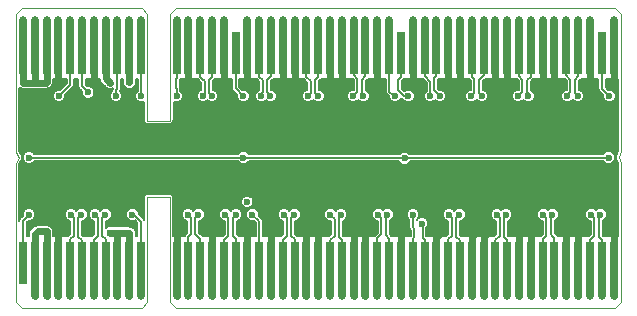
<source format=gbl>
G04 #@! TF.FileFunction,Copper,L2,Bot,Signal*
%FSLAX46Y46*%
G04 Gerber Fmt 4.6, Leading zero omitted, Abs format (unit mm)*
G04 Created by KiCad (PCBNEW 4.0.4+e1-6308~48~ubuntu14.04.1-stable) date Sat Oct 15 18:13:20 2016*
%MOMM*%
%LPD*%
G01*
G04 APERTURE LIST*
%ADD10C,0.350000*%
%ADD11C,0.100000*%
%ADD12R,0.650240X4.599940*%
%ADD13R,0.650240X3.599180*%
%ADD14C,0.650240*%
%ADD15O,0.650240X0.650240*%
%ADD16C,0.600000*%
%ADD17C,0.600000*%
%ADD18C,0.152400*%
%ADD19C,0.300000*%
G04 APERTURE END LIST*
D10*
D11*
X148500000Y-88575000D02*
X148500000Y-76900000D01*
X148800000Y-89075000D02*
X148500000Y-89575000D01*
X148500000Y-88575000D02*
X148800000Y-89075000D01*
X199550000Y-89050000D02*
X199750000Y-88550000D01*
X199750000Y-89550000D02*
X199550000Y-89050000D01*
X199750000Y-88550000D02*
X199750000Y-76900000D01*
X199250000Y-101800000D02*
X199750000Y-101300000D01*
X162050000Y-101800000D02*
X161550000Y-101300000D01*
X159150000Y-101800000D02*
X159650000Y-101300000D01*
X149000000Y-101800000D02*
X148500000Y-101300000D01*
X199750000Y-76900000D02*
X199250000Y-76400000D01*
X159650000Y-76900000D02*
X159150000Y-76400000D01*
X161550000Y-76900000D02*
X162050000Y-76400000D01*
X148500000Y-76900000D02*
X149000000Y-76400000D01*
X159650000Y-92400000D02*
X161550000Y-92400000D01*
X159650000Y-85950000D02*
X161550000Y-85950000D01*
X162050000Y-101800000D02*
X199250000Y-101800000D01*
X161550000Y-92400000D02*
X161550000Y-101300000D01*
X159650000Y-101300000D02*
X159650000Y-92400000D01*
X149000000Y-101800000D02*
X159150000Y-101800000D01*
X148500000Y-89575000D02*
X148500000Y-101300000D01*
X159150000Y-76400000D02*
X149000000Y-76400000D01*
X159650000Y-85950000D02*
X159650000Y-76900000D01*
X161550000Y-76900000D02*
X161550000Y-85950000D01*
X199250000Y-76400000D02*
X162050000Y-76400000D01*
X199750000Y-101300000D02*
X199750000Y-89550000D01*
D12*
X149111000Y-79725620D03*
X150111000Y-79725620D03*
X151111000Y-79725620D03*
X152111000Y-79725620D03*
X153111000Y-79725620D03*
X154111000Y-79725620D03*
X155111000Y-79725620D03*
X156111000Y-79725620D03*
X157111000Y-79725620D03*
X158111000Y-79725620D03*
X159111000Y-79725620D03*
X162111000Y-79725620D03*
X163111000Y-79725620D03*
X164111000Y-79725620D03*
X165111000Y-79725620D03*
X166111000Y-79725620D03*
D13*
X167111000Y-80225620D03*
D12*
X168111000Y-79725620D03*
X169111000Y-79725620D03*
X170111000Y-79725620D03*
X171111000Y-79725620D03*
X172111000Y-79725620D03*
X173111000Y-79725620D03*
X174111000Y-79725620D03*
X175111000Y-79725620D03*
X176111000Y-79725620D03*
X177111000Y-79725620D03*
X178111000Y-79725620D03*
X179111000Y-79725620D03*
X180111000Y-79725620D03*
D13*
X181111000Y-80225620D03*
D12*
X182111000Y-79725620D03*
X183111000Y-79725620D03*
X184111000Y-79725620D03*
X185111000Y-79725620D03*
X186111000Y-79725620D03*
X187111000Y-79725620D03*
X188111000Y-79725620D03*
X189111000Y-79725620D03*
X190111000Y-79725620D03*
X191111000Y-79725620D03*
X192111000Y-79725620D03*
X193111000Y-79725620D03*
X194111000Y-79725620D03*
X195111000Y-79725620D03*
X196111000Y-79725620D03*
X197111000Y-79725620D03*
D13*
X198111000Y-80225620D03*
D12*
X199111000Y-79725620D03*
D14*
X149111000Y-77424380D03*
X150111000Y-77424380D03*
X151111000Y-77424380D03*
X152111000Y-77424380D03*
X153111000Y-77424380D03*
X154111000Y-77424380D03*
X155111000Y-77424380D03*
X156111000Y-77424380D03*
X157111000Y-77424380D03*
X158111000Y-77424380D03*
X159111000Y-77424380D03*
X162111000Y-77424380D03*
X163111000Y-77424380D03*
X164111000Y-77424380D03*
X165111000Y-77424380D03*
X166111000Y-77424380D03*
X168111000Y-77424380D03*
X169111000Y-77424380D03*
X170111000Y-77424380D03*
X171111000Y-77424380D03*
X172111000Y-77424380D03*
X173111000Y-77424380D03*
X174111000Y-77424380D03*
X175111000Y-77424380D03*
X176111000Y-77424380D03*
X177111000Y-77424380D03*
X178111000Y-77424380D03*
X179111000Y-77424380D03*
X180111000Y-77424380D03*
X182111000Y-77424380D03*
X183111000Y-77424380D03*
X184111000Y-77424380D03*
X185111000Y-77424380D03*
X186111000Y-77424380D03*
X187111000Y-77424380D03*
X188111000Y-77424380D03*
X189111000Y-77424380D03*
X190111000Y-77424380D03*
X191111000Y-77424380D03*
X192111000Y-77424380D03*
X193111000Y-77424380D03*
X194111000Y-77424380D03*
X195111000Y-77424380D03*
X196111000Y-77424380D03*
X197111000Y-77424380D03*
X199111000Y-77424380D03*
D13*
X149111000Y-97976000D03*
D12*
X150111000Y-98476000D03*
X151111000Y-98476000D03*
X152111000Y-98476000D03*
X153111000Y-98476000D03*
X154111000Y-98476000D03*
X155111000Y-98476000D03*
X156111000Y-98476000D03*
X157111000Y-98476000D03*
X158111000Y-98476000D03*
X159111000Y-98476000D03*
X162111000Y-98476000D03*
X163111000Y-98476000D03*
X164111000Y-98476000D03*
X165111000Y-98476000D03*
X166111000Y-98476000D03*
X167111000Y-98476000D03*
X168111000Y-98476000D03*
X169111000Y-98476000D03*
X170111000Y-98476000D03*
X171111000Y-98476000D03*
X172111000Y-98476000D03*
X173111000Y-98476000D03*
X174111000Y-98476000D03*
X175111000Y-98476000D03*
X176111000Y-98476000D03*
X177111000Y-98476000D03*
X178111000Y-98476000D03*
X179111000Y-98476000D03*
X180111000Y-98476000D03*
X181111000Y-98476000D03*
X182111000Y-98476000D03*
X183111000Y-98476000D03*
X184111000Y-98476000D03*
X185111000Y-98476000D03*
X186111000Y-98476000D03*
X187111000Y-98476000D03*
X188111000Y-98476000D03*
X189111000Y-98476000D03*
X190111000Y-98476000D03*
X191111000Y-98476000D03*
X192111000Y-98476000D03*
X193111000Y-98476000D03*
X194111000Y-98476000D03*
X195111000Y-98476000D03*
X196111000Y-98476000D03*
X197111000Y-98476000D03*
X198111000Y-98476000D03*
X199111000Y-98476000D03*
D15*
X150111000Y-100777240D03*
X151111000Y-100777240D03*
X152111000Y-100777240D03*
X153111000Y-100777240D03*
X154111000Y-100777240D03*
X155111000Y-100777240D03*
X156111000Y-100777240D03*
X157111000Y-100777240D03*
X158111000Y-100777240D03*
X159111000Y-100777240D03*
X162111000Y-100777240D03*
X163111000Y-100777240D03*
X164111000Y-100777240D03*
X165111000Y-100777240D03*
X166111000Y-100777240D03*
X167111000Y-100777240D03*
X168111000Y-100777240D03*
X169111000Y-100777240D03*
X170111000Y-100777240D03*
X171111000Y-100777240D03*
X172111000Y-100777240D03*
X173111000Y-100777240D03*
X174111000Y-100777240D03*
X175111000Y-100777240D03*
X176111000Y-100777240D03*
X177111000Y-100777240D03*
X178111000Y-100777240D03*
X179111000Y-100777240D03*
X180111000Y-100777240D03*
X181111000Y-100777240D03*
X182111000Y-100777240D03*
X183111000Y-100777240D03*
X184111000Y-100777240D03*
X185111000Y-100777240D03*
X186111000Y-100777240D03*
X187111000Y-100777240D03*
X188111000Y-100777240D03*
X189111000Y-100777240D03*
X190111000Y-100777240D03*
X191111000Y-100777240D03*
X192111000Y-100777240D03*
X193111000Y-100777240D03*
X194111000Y-100777240D03*
X195111000Y-100777240D03*
X196111000Y-100777240D03*
X197111000Y-100777240D03*
X198111000Y-100777240D03*
X199111000Y-100777240D03*
D16*
X168097500Y-92824500D03*
X151111000Y-82696000D03*
X151111000Y-95333000D03*
X148984000Y-92761000D03*
X149111000Y-83871000D03*
X149111000Y-87046000D03*
X150000000Y-90094000D03*
X150000000Y-88062000D03*
X152730500Y-88379500D03*
X152667000Y-89713000D03*
X154318000Y-89713000D03*
X172733000Y-89967000D03*
X174701500Y-89903500D03*
X176733500Y-89903500D03*
X178384500Y-89903500D03*
X170574000Y-90475000D03*
X168034000Y-90475000D03*
X167145000Y-89840000D03*
X165621000Y-89840000D03*
X164097000Y-89840000D03*
X182575500Y-85776000D03*
X182448500Y-88316000D03*
X182448500Y-92888000D03*
X182448500Y-89776500D03*
X181559500Y-85204500D03*
X181559500Y-87109500D03*
X190513000Y-95428000D03*
X194577000Y-95301000D03*
X198387000Y-90157500D03*
X198323500Y-87554000D03*
X196609000Y-88316000D03*
X194640500Y-88316000D03*
X192545000Y-88316000D03*
X190576500Y-88316000D03*
X188608000Y-88316000D03*
X186576000Y-88316000D03*
X184798000Y-88316000D03*
X180480000Y-95555000D03*
X180226000Y-88316000D03*
X180226000Y-89903500D03*
X172606000Y-95301000D03*
X168859500Y-85649000D03*
X174701500Y-82982000D03*
X172606000Y-82728000D03*
X178321000Y-88316000D03*
X176670000Y-88316000D03*
X174638000Y-88316000D03*
X172733000Y-88316000D03*
X170574000Y-88316000D03*
X168034000Y-84760000D03*
X168034000Y-87173000D03*
X167145000Y-88316000D03*
X165621000Y-88316000D03*
X164097000Y-88316000D03*
X158572500Y-94729500D03*
X155080000Y-84887000D03*
X158763000Y-88316000D03*
X158763000Y-89840000D03*
X198323500Y-85268000D03*
X154318000Y-88379500D03*
X156500000Y-88379500D03*
X156500000Y-89776500D03*
X184861500Y-89776500D03*
X186639500Y-89776500D03*
X188608000Y-89776500D03*
X190576500Y-89776500D03*
X192545000Y-89776500D03*
X194640500Y-89713000D03*
X196672500Y-89776500D03*
X161366500Y-91745000D03*
X159906000Y-91745000D03*
X159906000Y-89840000D03*
X161430000Y-89840000D03*
X161430000Y-88316000D03*
X159906000Y-88316000D03*
X159906000Y-86665000D03*
X161366500Y-86665000D03*
X198387000Y-93015000D03*
X154699000Y-82728000D03*
X196615000Y-82722000D03*
X199111000Y-82639000D03*
X194577000Y-82728000D03*
X178384500Y-82664500D03*
X192545000Y-95301000D03*
X188608000Y-95428000D03*
X190640000Y-82728000D03*
X186576000Y-82728000D03*
X184671000Y-82653000D03*
X181623000Y-82724000D03*
X176797000Y-82728000D03*
X170701000Y-82646000D03*
X168111000Y-82651000D03*
X165621000Y-82728000D03*
X162636500Y-82855000D03*
X196609000Y-95301000D03*
X184671000Y-95428000D03*
X181686500Y-95428000D03*
X178575000Y-95400000D03*
X174638000Y-95428000D03*
X170574000Y-95301000D03*
X168111000Y-95351000D03*
X165621000Y-95319000D03*
X162700000Y-95331000D03*
X152111000Y-82680000D03*
X154826000Y-95459000D03*
X152111000Y-95349000D03*
X199111000Y-95301000D03*
X156477000Y-82728000D03*
X158111000Y-82711000D03*
X158111000Y-95445000D03*
X156477000Y-95428000D03*
X149619000Y-89078000D03*
X167780000Y-89078000D03*
X181750000Y-83871000D03*
X198768000Y-83871000D03*
X198700000Y-89078000D03*
X181432500Y-89141500D03*
X167780000Y-83871000D03*
X149619000Y-93904000D03*
X158382000Y-93904000D03*
X152159000Y-83871000D03*
X154635500Y-83553500D03*
X156985000Y-83871000D03*
X159111000Y-83871000D03*
X162111000Y-83871000D03*
X164351000Y-83871000D03*
X165113000Y-83871000D03*
X169304000Y-83871000D03*
X170066000Y-83871000D03*
X173241000Y-83871000D03*
X174130000Y-83871000D03*
X177051000Y-83871000D03*
X177940000Y-83871000D03*
X180607000Y-83871000D03*
X183591500Y-83871000D03*
X184417000Y-83871000D03*
X187084000Y-83871000D03*
X187973000Y-83871000D03*
X191021000Y-83871000D03*
X191910000Y-83871000D03*
X195212000Y-83871000D03*
X196101000Y-83871000D03*
X153175000Y-93904000D03*
X154064000Y-93904000D03*
X155207000Y-93904000D03*
X156096000Y-93904000D03*
X163081000Y-93904000D03*
X163970000Y-93904000D03*
X166256000Y-93904000D03*
X167145000Y-93904000D03*
X168542000Y-93904000D03*
X171209000Y-93904000D03*
X172098000Y-93904000D03*
X175146000Y-93904000D03*
X176035000Y-93904000D03*
X179210000Y-93904000D03*
X179972000Y-93904000D03*
X182131000Y-93904000D03*
X182893000Y-94666000D03*
X185179000Y-93904000D03*
X186068000Y-93904000D03*
X189243000Y-93904000D03*
X190005000Y-93904000D03*
X193180000Y-93904000D03*
X193942000Y-93904000D03*
X197244000Y-93904000D03*
X198006000Y-93904000D03*
D17*
X151111000Y-100777240D02*
X151111000Y-98476000D01*
X150111000Y-100777240D02*
X150111000Y-98476000D01*
X150111000Y-95571000D02*
X150349000Y-95333000D01*
X150349000Y-95333000D02*
X151111000Y-95333000D01*
X150111000Y-98476000D02*
X150111000Y-95571000D01*
X149111000Y-82728000D02*
X150127000Y-82728000D01*
X150127000Y-82728000D02*
X151079000Y-82728000D01*
X150111000Y-79725620D02*
X150111000Y-82712000D01*
X150111000Y-82712000D02*
X150127000Y-82728000D01*
X151079000Y-82728000D02*
X151111000Y-82696000D01*
X149111000Y-79725620D02*
X149111000Y-82728000D01*
X151111000Y-79725620D02*
X151111000Y-77424380D01*
X150111000Y-79725620D02*
X150111000Y-77424380D01*
X149111000Y-79725620D02*
X149111000Y-77424380D01*
X151111000Y-82696000D02*
X151111000Y-79725620D01*
X151095000Y-95317000D02*
X151111000Y-95333000D01*
X151111000Y-98476000D02*
X151111000Y-95333000D01*
X151111000Y-98476000D02*
X151111000Y-96501150D01*
D18*
X198387000Y-93015000D02*
X196736000Y-93015000D01*
X199111000Y-93612000D02*
X198984000Y-93612000D01*
X198984000Y-93612000D02*
X198387000Y-93015000D01*
X176797000Y-82728000D02*
X176670000Y-82728000D01*
X176670000Y-82728000D02*
X176492000Y-82550000D01*
X175349000Y-82550000D02*
X175133500Y-82550000D01*
X175133500Y-82550000D02*
X174701500Y-82982000D01*
X168380000Y-84270000D02*
X168380000Y-82920000D01*
X168380000Y-82920000D02*
X168111000Y-82651000D01*
X168034000Y-84616000D02*
X168380000Y-84270000D01*
X168034000Y-84760000D02*
X168034000Y-84616000D01*
X170574000Y-90475000D02*
X172225000Y-90475000D01*
X172225000Y-90475000D02*
X172733000Y-89967000D01*
X180226000Y-89903500D02*
X182321500Y-89903500D01*
X182321500Y-89903500D02*
X182448500Y-89776500D01*
D17*
X194111000Y-79725620D02*
X194111000Y-77424380D01*
X193111000Y-79725620D02*
X193111000Y-77424380D01*
X182111000Y-79725620D02*
X182111000Y-77424380D01*
X179111000Y-79725620D02*
X179111000Y-77424380D01*
X168111000Y-79725620D02*
X168111000Y-77424380D01*
X171111000Y-79725620D02*
X171111000Y-77424380D01*
X152111000Y-82789000D02*
X151029000Y-83871000D01*
X151029000Y-83871000D02*
X149111000Y-83871000D01*
X152111000Y-82680000D02*
X152111000Y-82789000D01*
X152111000Y-100777240D02*
X152111000Y-98476000D01*
D18*
X150000000Y-87935000D02*
X149111000Y-87046000D01*
X150000000Y-88062000D02*
X150000000Y-87935000D01*
X150254000Y-89713000D02*
X150000000Y-89967000D01*
X150000000Y-89967000D02*
X150000000Y-90094000D01*
X152667000Y-89713000D02*
X150254000Y-89713000D01*
X150317500Y-88379500D02*
X150000000Y-88062000D01*
X152730500Y-88379500D02*
X150317500Y-88379500D01*
X154318000Y-88379500D02*
X152730500Y-88379500D01*
X154318000Y-89713000D02*
X152667000Y-89713000D01*
X154381500Y-89776500D02*
X154318000Y-89713000D01*
X156500000Y-89776500D02*
X154381500Y-89776500D01*
X172796500Y-89903500D02*
X172733000Y-89967000D01*
X174701500Y-89903500D02*
X172796500Y-89903500D01*
X176733500Y-89903500D02*
X174701500Y-89903500D01*
X178384500Y-89903500D02*
X176733500Y-89903500D01*
X180226000Y-89903500D02*
X178384500Y-89903500D01*
X168034000Y-90475000D02*
X170574000Y-90475000D01*
X167653000Y-89840000D02*
X168034000Y-90221000D01*
X168034000Y-90221000D02*
X168034000Y-90475000D01*
X167145000Y-89840000D02*
X167653000Y-89840000D01*
X165621000Y-89840000D02*
X167145000Y-89840000D01*
X164097000Y-89840000D02*
X165621000Y-89840000D01*
X162700000Y-89840000D02*
X164097000Y-89840000D01*
X161430000Y-89840000D02*
X162700000Y-89840000D01*
D17*
X162636500Y-82855000D02*
X162700000Y-82855000D01*
X162700000Y-82855000D02*
X163111000Y-82444000D01*
D18*
X182448500Y-85331500D02*
X182575500Y-85458500D01*
X182575500Y-85458500D02*
X182575500Y-85966500D01*
X182448500Y-88316000D02*
X182448500Y-85331500D01*
X182448500Y-88316000D02*
X184798000Y-88316000D01*
X181940500Y-88316000D02*
X182448500Y-88316000D01*
X182448500Y-89776500D02*
X182448500Y-92888000D01*
X183210500Y-89776500D02*
X182448500Y-89776500D01*
X181940500Y-87490500D02*
X181559500Y-87109500D01*
X181940500Y-87744500D02*
X181940500Y-84696500D01*
X181940500Y-88316000D02*
X181940500Y-87744500D01*
X181940500Y-87744500D02*
X181940500Y-87490500D01*
X180162500Y-88316000D02*
X181940500Y-88316000D01*
X198323500Y-87554000D02*
X198323500Y-85268000D01*
X198323500Y-88316000D02*
X198323500Y-87554000D01*
X196609000Y-88316000D02*
X198323500Y-88316000D01*
X194640500Y-88316000D02*
X196609000Y-88316000D01*
X192545000Y-88316000D02*
X194640500Y-88316000D01*
X190576500Y-88316000D02*
X192545000Y-88316000D01*
X188608000Y-88316000D02*
X190576500Y-88316000D01*
X186576000Y-88316000D02*
X188608000Y-88316000D01*
X184798000Y-88316000D02*
X186576000Y-88316000D01*
X180607000Y-95428000D02*
X180480000Y-95555000D01*
X181750000Y-95428000D02*
X180607000Y-95428000D01*
X181686500Y-95428000D02*
X180607000Y-95428000D01*
X178384500Y-88316000D02*
X180162500Y-88316000D01*
X180162500Y-88316000D02*
X180226000Y-88316000D01*
X172733000Y-95428000D02*
X172606000Y-95301000D01*
X174638000Y-95428000D02*
X172733000Y-95428000D01*
X168034000Y-86601500D02*
X168859500Y-85776000D01*
X168859500Y-85776000D02*
X168859500Y-85649000D01*
X168034000Y-87173000D02*
X168034000Y-86601500D01*
D17*
X172860000Y-82728000D02*
X172606000Y-82728000D01*
X172606000Y-82728000D02*
X172008000Y-82728000D01*
D18*
X176670000Y-88316000D02*
X178384500Y-88316000D01*
X174701500Y-88316000D02*
X176670000Y-88316000D01*
X174701500Y-88316000D02*
X174638000Y-88316000D01*
X172733000Y-88316000D02*
X174701500Y-88316000D01*
X170574000Y-88316000D02*
X172733000Y-88316000D01*
X168161000Y-88316000D02*
X170574000Y-88316000D01*
X168034000Y-87173000D02*
X168034000Y-84760000D01*
X168161000Y-87300000D02*
X168034000Y-87173000D01*
X168161000Y-88316000D02*
X168161000Y-87300000D01*
X167208500Y-88316000D02*
X168161000Y-88316000D01*
X168161000Y-88316000D02*
X168161000Y-87554000D01*
X165684500Y-88316000D02*
X167208500Y-88316000D01*
X165557500Y-88316000D02*
X165684500Y-88316000D01*
X164033500Y-88316000D02*
X165557500Y-88316000D01*
X164097000Y-88316000D02*
X165557500Y-88316000D01*
X161430000Y-88316000D02*
X164033500Y-88316000D01*
X164033500Y-88316000D02*
X164097000Y-88316000D01*
X158763000Y-88316000D02*
X156540500Y-88316000D01*
X159779000Y-88316000D02*
X158763000Y-88316000D01*
X158763000Y-89840000D02*
X156540500Y-89840000D01*
X159779000Y-89840000D02*
X158763000Y-89840000D01*
X184671000Y-89776500D02*
X183210500Y-89776500D01*
X156477000Y-88379500D02*
X154635500Y-88379500D01*
X156540500Y-88316000D02*
X156477000Y-88379500D01*
X156540500Y-89840000D02*
X156477000Y-89776500D01*
X186639500Y-89776500D02*
X184671000Y-89776500D01*
X188608000Y-89776500D02*
X186639500Y-89776500D01*
X190576500Y-89776500D02*
X188608000Y-89776500D01*
X192545000Y-89776500D02*
X190576500Y-89776500D01*
X192608500Y-89713000D02*
X192545000Y-89776500D01*
X194640500Y-89713000D02*
X192608500Y-89713000D01*
X194704000Y-89776500D02*
X194640500Y-89713000D01*
X196672500Y-89776500D02*
X194704000Y-89776500D01*
X197498000Y-89776500D02*
X196672500Y-89776500D01*
X198387000Y-90665500D02*
X197498000Y-89776500D01*
X198387000Y-93015000D02*
X198387000Y-90665500D01*
X162128500Y-90538500D02*
X161430000Y-89840000D01*
X162128500Y-94793000D02*
X162128500Y-90538500D01*
X162666500Y-95331000D02*
X162128500Y-94793000D01*
X162700000Y-95331000D02*
X162666500Y-95331000D01*
X159779000Y-88316000D02*
X161430000Y-88316000D01*
X159779000Y-86665000D02*
X159779000Y-88316000D01*
X161366500Y-86665000D02*
X159779000Y-86665000D01*
X162700000Y-85649000D02*
X161684000Y-86665000D01*
X161684000Y-86665000D02*
X161366500Y-86665000D01*
X162700000Y-82728000D02*
X162700000Y-85649000D01*
D17*
X196228000Y-93523000D02*
X196228000Y-94920000D01*
X196228000Y-94920000D02*
X196609000Y-95301000D01*
X196736000Y-93015000D02*
X196228000Y-93523000D01*
X199111000Y-95301000D02*
X199111000Y-93612000D01*
X199111000Y-79725620D02*
X199111000Y-77424380D01*
X197111000Y-77424380D02*
X197111000Y-79725620D01*
X190111000Y-79725620D02*
X190111000Y-77424380D01*
X189111000Y-77424380D02*
X189111000Y-79725620D01*
X186111000Y-77424380D02*
X186111000Y-79725620D01*
X185111000Y-77424380D02*
X185111000Y-79725620D01*
X176111000Y-79725620D02*
X176111000Y-77424380D01*
X175111000Y-77424380D02*
X175111000Y-79725620D01*
X172111000Y-77424380D02*
X172111000Y-79725620D01*
X163111000Y-79725620D02*
X163111000Y-77424380D01*
X166111000Y-79725620D02*
X166111000Y-77424380D01*
X155111000Y-77424380D02*
X155111000Y-79725620D01*
X199111000Y-100777240D02*
X199111000Y-98476000D01*
X196111000Y-100777240D02*
X196111000Y-98476000D01*
X195111000Y-100777240D02*
X195111000Y-98476000D01*
X192111000Y-100777240D02*
X192111000Y-98476000D01*
X191111000Y-100777240D02*
X191111000Y-98476000D01*
X188111000Y-100777240D02*
X188111000Y-98476000D01*
X187111000Y-100777240D02*
X187111000Y-98476000D01*
X184111000Y-100777240D02*
X184111000Y-98476000D01*
X181111000Y-100777240D02*
X181111000Y-98476000D01*
X178111000Y-100777240D02*
X178111000Y-98476000D01*
X177111000Y-100777240D02*
X177111000Y-98476000D01*
X174111000Y-100777240D02*
X174111000Y-98476000D01*
X173111000Y-100777240D02*
X173111000Y-98476000D01*
X170111000Y-100777240D02*
X170111000Y-98476000D01*
X168111000Y-100777240D02*
X168111000Y-98476000D01*
X165111000Y-100777240D02*
X165111000Y-98476000D01*
X162111000Y-100777240D02*
X162111000Y-98476000D01*
X195111000Y-98476000D02*
X195111000Y-95402000D01*
X195111000Y-95402000D02*
X195212000Y-95301000D01*
X195212000Y-95301000D02*
X195720000Y-95301000D01*
X195720000Y-95301000D02*
X196609000Y-95301000D01*
X191111000Y-95592000D02*
X191402000Y-95301000D01*
X191402000Y-95301000D02*
X192545000Y-95301000D01*
X191111000Y-98476000D02*
X191111000Y-95592000D01*
X187111000Y-95782000D02*
X187465000Y-95428000D01*
X187465000Y-95428000D02*
X188503000Y-95428000D01*
X187111000Y-98476000D02*
X187111000Y-95782000D01*
X177111000Y-95495000D02*
X177206000Y-95400000D01*
X177206000Y-95400000D02*
X178575000Y-95400000D01*
X177111000Y-98476000D02*
X177111000Y-95495000D01*
X173111000Y-95685000D02*
X173368000Y-95428000D01*
X173368000Y-95428000D02*
X174638000Y-95428000D01*
X173111000Y-98476000D02*
X173111000Y-95685000D01*
X193180000Y-82728000D02*
X194069000Y-82728000D01*
X194069000Y-82728000D02*
X194577000Y-82728000D01*
X194111000Y-79725620D02*
X194111000Y-82686000D01*
X194111000Y-82686000D02*
X194069000Y-82728000D01*
X193111000Y-82659000D02*
X193180000Y-82728000D01*
X193111000Y-79725620D02*
X193111000Y-82659000D01*
X190640000Y-82728000D02*
X190005000Y-82728000D01*
X190005000Y-82728000D02*
X189116000Y-82728000D01*
X190111000Y-79725620D02*
X190111000Y-82622000D01*
X190111000Y-82622000D02*
X190005000Y-82728000D01*
X189116000Y-82728000D02*
X189116000Y-79730620D01*
X189116000Y-79730620D02*
X189111000Y-79725620D01*
X185052000Y-82653000D02*
X186068000Y-82653000D01*
X186068000Y-82653000D02*
X186501000Y-82653000D01*
X186111000Y-79725620D02*
X186111000Y-82610000D01*
X186111000Y-82610000D02*
X186068000Y-82653000D01*
X184671000Y-82653000D02*
X185052000Y-82653000D01*
X185111000Y-79725620D02*
X185111000Y-82594000D01*
X185111000Y-82594000D02*
X185052000Y-82653000D01*
X186501000Y-82653000D02*
X186576000Y-82728000D01*
X175111000Y-82312000D02*
X175349000Y-82550000D01*
X175349000Y-82550000D02*
X176111000Y-82550000D01*
X175111000Y-79725620D02*
X175111000Y-82312000D01*
X179111000Y-82700000D02*
X178702000Y-82700000D01*
X172008000Y-82728000D02*
X171926000Y-82646000D01*
X171926000Y-82646000D02*
X171082000Y-82646000D01*
X171082000Y-82646000D02*
X170701000Y-82646000D01*
X171111000Y-79725620D02*
X171111000Y-82617000D01*
X171111000Y-82617000D02*
X171082000Y-82646000D01*
X172111000Y-82461000D02*
X171926000Y-82646000D01*
X172111000Y-79725620D02*
X172111000Y-82461000D01*
X165621000Y-82728000D02*
X165748000Y-82728000D01*
X155111000Y-82316000D02*
X154699000Y-82728000D01*
X155111000Y-79725620D02*
X155111000Y-82220000D01*
X155111000Y-82220000D02*
X155111000Y-82316000D01*
X152111000Y-79725620D02*
X152111000Y-77424380D01*
X174638000Y-95463000D02*
X174349000Y-95463000D01*
X174349000Y-95463000D02*
X174111000Y-95701000D01*
X170574000Y-95301000D02*
X170320000Y-95301000D01*
X170320000Y-95301000D02*
X170111000Y-95510000D01*
X196609000Y-95301000D02*
X196482000Y-95301000D01*
X196482000Y-95301000D02*
X196111000Y-95672000D01*
X184671000Y-95428000D02*
X184544000Y-95428000D01*
X184544000Y-95428000D02*
X184111000Y-95861000D01*
X184111000Y-95861000D02*
X184111000Y-98476000D01*
X181623000Y-95428000D02*
X181369000Y-95428000D01*
X181369000Y-95428000D02*
X181111000Y-95686000D01*
X181111000Y-95686000D02*
X181111000Y-98476000D01*
X197111000Y-82722000D02*
X196615000Y-82722000D01*
X178575000Y-95400000D02*
X178349000Y-95400000D01*
X178349000Y-95400000D02*
X178111000Y-95638000D01*
X176111000Y-82550000D02*
X176492000Y-82550000D01*
X176492000Y-82550000D02*
X176543000Y-82601000D01*
X199111000Y-95301000D02*
X199111000Y-98476000D01*
X199111000Y-79725620D02*
X199111000Y-82639000D01*
X181623000Y-82724000D02*
X181881000Y-82724000D01*
X181881000Y-82724000D02*
X182111000Y-82494000D01*
X196111000Y-98476000D02*
X196111000Y-95672000D01*
X196111000Y-95672000D02*
X196476000Y-95307000D01*
X192111000Y-98476000D02*
X192111000Y-95735000D01*
X192111000Y-95735000D02*
X192545000Y-95301000D01*
X188608000Y-95428000D02*
X188503000Y-95428000D01*
X188503000Y-95428000D02*
X188111000Y-95820000D01*
X176111000Y-79725620D02*
X176111000Y-82550000D01*
X165621000Y-95319000D02*
X165349000Y-95319000D01*
X162111000Y-98476000D02*
X162111000Y-95509000D01*
X162111000Y-95509000D02*
X162289000Y-95331000D01*
X162289000Y-95331000D02*
X162700000Y-95331000D01*
X197111000Y-79725620D02*
X197111000Y-82722000D01*
X182111000Y-79725620D02*
X182111000Y-82494000D01*
X179111000Y-79725620D02*
X179111000Y-82700000D01*
X176111000Y-79725620D02*
X176111000Y-82398000D01*
X168111000Y-79725620D02*
X168111000Y-82651000D01*
X166111000Y-82365000D02*
X165748000Y-82728000D01*
X166111000Y-79725620D02*
X166111000Y-82365000D01*
X163111000Y-79725620D02*
X163111000Y-82444000D01*
X188111000Y-98476000D02*
X188111000Y-95820000D01*
X178111000Y-98476000D02*
X178111000Y-95638000D01*
X174111000Y-98476000D02*
X174111000Y-95701000D01*
X170111000Y-95510000D02*
X170291000Y-95330000D01*
X170111000Y-98476000D02*
X170111000Y-95510000D01*
X168111000Y-98476000D02*
X168111000Y-95351000D01*
X165111000Y-95557000D02*
X165349000Y-95319000D01*
X165111000Y-98476000D02*
X165111000Y-95557000D01*
X152111000Y-82680000D02*
X152111000Y-79725620D01*
X152111000Y-98476000D02*
X152111000Y-95349000D01*
X156111000Y-79725620D02*
X156111000Y-77424380D01*
X158111000Y-100777240D02*
X158111000Y-98476000D01*
X157111000Y-100777240D02*
X157111000Y-98476000D01*
X156111000Y-82362000D02*
X156477000Y-82728000D01*
X156111000Y-79725620D02*
X156111000Y-82362000D01*
X158111000Y-79725620D02*
X158111000Y-77424380D01*
X158111000Y-82711000D02*
X158111000Y-79725620D01*
X157112000Y-95428000D02*
X158094000Y-95428000D01*
X156477000Y-95428000D02*
X157112000Y-95428000D01*
X157112000Y-95428000D02*
X157112000Y-98475000D01*
X157112000Y-98475000D02*
X157111000Y-98476000D01*
X158094000Y-95428000D02*
X158111000Y-95445000D01*
X158111000Y-98476000D02*
X158111000Y-95445000D01*
D18*
X198768000Y-89078000D02*
X181369000Y-89078000D01*
X181369000Y-89078000D02*
X167780000Y-89078000D01*
X198111000Y-80225620D02*
X198133000Y-80247620D01*
X198133000Y-80247620D02*
X198133000Y-83236000D01*
X198133000Y-83236000D02*
X198768000Y-83871000D01*
X181369000Y-83871000D02*
X181750000Y-83871000D01*
X149111000Y-95301000D02*
X149111000Y-94412000D01*
X149619000Y-93904000D02*
X149111000Y-94412000D01*
X149619000Y-89078000D02*
X167780000Y-89078000D01*
X149111000Y-97976000D02*
X149111000Y-95301000D01*
X181369000Y-83871000D02*
X180861000Y-83363000D01*
X180861000Y-83363000D02*
X181115000Y-83617000D01*
X180861000Y-82474000D02*
X180861000Y-83363000D01*
X181111000Y-82224000D02*
X180861000Y-82474000D01*
X181111000Y-80225620D02*
X181111000Y-82224000D01*
X167780000Y-83871000D02*
X167111000Y-83202000D01*
X167111000Y-83202000D02*
X167111000Y-80225620D01*
X159111000Y-100777240D02*
X159111000Y-98476000D01*
X159111000Y-95268000D02*
X159111000Y-94506000D01*
X159111000Y-94506000D02*
X158509000Y-93904000D01*
X159111000Y-98476000D02*
X159111000Y-95268000D01*
X153111000Y-77424380D02*
X153111000Y-79725620D01*
X153111000Y-82601000D02*
X153111000Y-82919000D01*
X153111000Y-82919000D02*
X152159000Y-83871000D01*
X153111000Y-82665000D02*
X153111000Y-82601000D01*
X153111000Y-82601000D02*
X153111000Y-79725620D01*
X154111000Y-79725620D02*
X154111000Y-83045500D01*
X154635500Y-83553500D02*
X154619000Y-83553500D01*
X154619000Y-83553500D02*
X154111000Y-83045500D01*
X154111000Y-79725620D02*
X154111000Y-77424380D01*
X157111000Y-83237000D02*
X156985000Y-83363000D01*
X156985000Y-83363000D02*
X156985000Y-83871000D01*
X157111000Y-83235000D02*
X157111000Y-83237000D01*
X157111000Y-79725620D02*
X157111000Y-82601000D01*
X157111000Y-82601000D02*
X157111000Y-82727000D01*
X157112000Y-83236000D02*
X157111000Y-83235000D01*
X157111000Y-83235000D02*
X157111000Y-82601000D01*
X157111000Y-77424380D02*
X157111000Y-79725620D01*
X157111000Y-82727000D02*
X157112000Y-82728000D01*
X159111000Y-79725620D02*
X159111000Y-77424380D01*
X159144000Y-83490000D02*
X159144000Y-83711000D01*
X159144000Y-79680000D02*
X159144000Y-83490000D01*
X159144000Y-83490000D02*
X159144000Y-83838000D01*
X159144000Y-83838000D02*
X159111000Y-83871000D01*
X162111000Y-79725620D02*
X162111000Y-77424380D01*
X162111000Y-79725620D02*
X162111000Y-82301000D01*
X162111000Y-82301000D02*
X162065000Y-82347000D01*
X162065000Y-83190000D02*
X162111000Y-83236000D01*
X162065000Y-82347000D02*
X162065000Y-83190000D01*
X162111000Y-83236000D02*
X162111000Y-83871000D01*
X164111000Y-79725620D02*
X164111000Y-77424380D01*
X164492000Y-82601000D02*
X164492000Y-83730000D01*
X164492000Y-83730000D02*
X164351000Y-83871000D01*
X164111000Y-82220000D02*
X164111000Y-82234000D01*
X164111000Y-79725620D02*
X164111000Y-82220000D01*
X164492000Y-82601000D02*
X164111000Y-82220000D01*
X164111000Y-82234000D02*
X164351000Y-82474000D01*
X165111000Y-79725620D02*
X165111000Y-77424380D01*
X165111000Y-79725620D02*
X165111000Y-82222000D01*
X165111000Y-82222000D02*
X164859000Y-82474000D01*
X164859000Y-82474000D02*
X164859000Y-83617000D01*
X164859000Y-83617000D02*
X165113000Y-83871000D01*
X169111000Y-79725620D02*
X169111000Y-77424380D01*
X169111000Y-79725620D02*
X169111000Y-82220000D01*
X169431000Y-83490000D02*
X169431000Y-82540000D01*
X169431000Y-82540000D02*
X169111000Y-82220000D01*
X169304000Y-83617000D02*
X169431000Y-83490000D01*
X169304000Y-83871000D02*
X169304000Y-83617000D01*
X170111000Y-79725620D02*
X170111000Y-77424380D01*
X169812000Y-82474000D02*
X170111000Y-82175000D01*
X170111000Y-82175000D02*
X170111000Y-79725620D01*
X169812000Y-83490000D02*
X169812000Y-82474000D01*
X170066000Y-83744000D02*
X169812000Y-83490000D01*
X170066000Y-83871000D02*
X170066000Y-83744000D01*
X170111000Y-79725620D02*
X170111000Y-81794000D01*
X173111000Y-79725620D02*
X173111000Y-77424380D01*
X173111000Y-82220000D02*
X173111000Y-79725620D01*
X173492000Y-82601000D02*
X173111000Y-82220000D01*
X173495000Y-83617000D02*
X173495000Y-82601000D01*
X173241000Y-83871000D02*
X173495000Y-83617000D01*
X174111000Y-79725620D02*
X174111000Y-82239000D01*
X173876000Y-82474000D02*
X173876000Y-83617000D01*
X174111000Y-82239000D02*
X173876000Y-82474000D01*
X173876000Y-83617000D02*
X174130000Y-83871000D01*
X174111000Y-77424380D02*
X174111000Y-79725620D01*
X177111000Y-77424380D02*
X177111000Y-79725620D01*
X177111000Y-79725620D02*
X177111000Y-82093000D01*
X177051000Y-83871000D02*
X177432000Y-83490000D01*
X177432000Y-83490000D02*
X177432000Y-82414000D01*
X177432000Y-82414000D02*
X177111000Y-82093000D01*
X178111000Y-77424380D02*
X178111000Y-79725620D01*
X177813000Y-82474000D02*
X178111000Y-82176000D01*
X178111000Y-82176000D02*
X178111000Y-79725620D01*
X177813000Y-83617000D02*
X177813000Y-82474000D01*
X177940000Y-83744000D02*
X177813000Y-83617000D01*
X177940000Y-83871000D02*
X177940000Y-83744000D01*
X178111000Y-79725620D02*
X178111000Y-81922000D01*
X180111000Y-79725620D02*
X180111000Y-77424380D01*
X180111000Y-83490000D02*
X180492000Y-83871000D01*
X180492000Y-83871000D02*
X180607000Y-83871000D01*
X180111000Y-83490000D02*
X180111000Y-79725620D01*
X183111000Y-82156500D02*
X183111000Y-79725620D01*
X183591500Y-83871000D02*
X183591500Y-82637000D01*
X183591500Y-82637000D02*
X183111000Y-82156500D01*
X183111000Y-77424380D02*
X183111000Y-79725620D01*
X183909000Y-83363000D02*
X183909000Y-82347000D01*
X184417000Y-83871000D02*
X183909000Y-83363000D01*
X184111000Y-77424380D02*
X184111000Y-79725620D01*
X183909000Y-82347000D02*
X184111000Y-82145000D01*
X184111000Y-82145000D02*
X184111000Y-79725620D01*
X187111000Y-77424380D02*
X187111000Y-79725620D01*
X187111000Y-82220000D02*
X187111000Y-79725620D01*
X187084000Y-83871000D02*
X187338000Y-83617000D01*
X187338000Y-83617000D02*
X187338000Y-82447000D01*
X187338000Y-82447000D02*
X187111000Y-82220000D01*
X188111000Y-79725620D02*
X188111000Y-77424380D01*
X187719000Y-82474000D02*
X187719000Y-83617000D01*
X187719000Y-82474000D02*
X187730000Y-82474000D01*
X187730000Y-82474000D02*
X188111000Y-82093000D01*
X188111000Y-79725620D02*
X188111000Y-82093000D01*
X187719000Y-83617000D02*
X187973000Y-83871000D01*
X191111000Y-77424380D02*
X191111000Y-79725620D01*
X191021000Y-83871000D02*
X191402000Y-83490000D01*
X191402000Y-83490000D02*
X191402000Y-82474000D01*
X191402000Y-82474000D02*
X191111000Y-82183000D01*
X191111000Y-82183000D02*
X191111000Y-79725620D01*
X192111000Y-77424380D02*
X192111000Y-79725620D01*
X191783000Y-82548000D02*
X192111000Y-82220000D01*
X191910000Y-83617000D02*
X191783000Y-83490000D01*
X191783000Y-83490000D02*
X191783000Y-82548000D01*
X191910000Y-83871000D02*
X191910000Y-83617000D01*
X192111000Y-82220000D02*
X192111000Y-79725620D01*
X195466000Y-82474000D02*
X195466000Y-83236000D01*
X195466000Y-83236000D02*
X195466000Y-83363000D01*
X195212000Y-83744000D02*
X195466000Y-83490000D01*
X195466000Y-83490000D02*
X195466000Y-83236000D01*
X195212000Y-83871000D02*
X195212000Y-83744000D01*
X195111000Y-82119000D02*
X195466000Y-82474000D01*
X195111000Y-79725620D02*
X195111000Y-82119000D01*
X196111000Y-77424380D02*
X196111000Y-79725620D01*
X195847000Y-83617000D02*
X195847000Y-83490000D01*
X196101000Y-83871000D02*
X195847000Y-83617000D01*
X195847000Y-82474000D02*
X195847000Y-83490000D01*
X196111000Y-82210000D02*
X195847000Y-82474000D01*
X196111000Y-79725620D02*
X196111000Y-82210000D01*
X153111000Y-100777240D02*
X153111000Y-98476000D01*
X153175000Y-93904000D02*
X153429000Y-94158000D01*
X153429000Y-95682000D02*
X153111000Y-96000000D01*
X153429000Y-94158000D02*
X153429000Y-95682000D01*
X153111000Y-96000000D02*
X153111000Y-98476000D01*
X154111000Y-100777240D02*
X154111000Y-98476000D01*
X154064000Y-93904000D02*
X153810000Y-94158000D01*
X153810000Y-94158000D02*
X153810000Y-95762000D01*
X153810000Y-95762000D02*
X154111000Y-96063000D01*
X154111000Y-96063000D02*
X154111000Y-98476000D01*
X153937000Y-94031000D02*
X154064000Y-93904000D01*
X155111000Y-98476000D02*
X155111000Y-100777240D01*
X155461000Y-94285000D02*
X155461000Y-94158000D01*
X155461000Y-94158000D02*
X155207000Y-93904000D01*
X155111000Y-98476000D02*
X155111000Y-96032000D01*
X155111000Y-96032000D02*
X155461000Y-95682000D01*
X155461000Y-95682000D02*
X155461000Y-94285000D01*
X156111000Y-100777240D02*
X156111000Y-98476000D01*
X155842000Y-94285000D02*
X155842000Y-94158000D01*
X155842000Y-94158000D02*
X156096000Y-93904000D01*
X156111000Y-98476000D02*
X156111000Y-95951000D01*
X156111000Y-95951000D02*
X155842000Y-95682000D01*
X155842000Y-95682000D02*
X155842000Y-94285000D01*
X163111000Y-100777240D02*
X163111000Y-98476000D01*
X163335000Y-94158000D02*
X163335000Y-94285000D01*
X163081000Y-93904000D02*
X163335000Y-94158000D01*
X163111000Y-98476000D02*
X163111000Y-95779000D01*
X163335000Y-95555000D02*
X163335000Y-94285000D01*
X163111000Y-95779000D02*
X163335000Y-95555000D01*
X164111000Y-100777240D02*
X164111000Y-98476000D01*
X164111000Y-98476000D02*
X164111000Y-95950000D01*
X164111000Y-95950000D02*
X163716000Y-95555000D01*
X163716000Y-95555000D02*
X163716000Y-94920000D01*
X163716000Y-94920000D02*
X163716000Y-94666000D01*
X163716000Y-94158000D02*
X163716000Y-94920000D01*
X163970000Y-93904000D02*
X163716000Y-94158000D01*
X166111000Y-100777240D02*
X166111000Y-98476000D01*
X166510000Y-95682000D02*
X166510000Y-94158000D01*
X166510000Y-94158000D02*
X166256000Y-93904000D01*
X166129000Y-96063000D02*
X166510000Y-95682000D01*
X166111000Y-98476000D02*
X166111000Y-96063000D01*
X166111000Y-96063000D02*
X166129000Y-96063000D01*
X167111000Y-100777240D02*
X167111000Y-98476000D01*
X166891000Y-94412000D02*
X166891000Y-95682000D01*
X166891000Y-95682000D02*
X167145000Y-95936000D01*
X167145000Y-95936000D02*
X167145000Y-98442000D01*
X167145000Y-98442000D02*
X167111000Y-98476000D01*
X166891000Y-94158000D02*
X166891000Y-94412000D01*
X167145000Y-93904000D02*
X166891000Y-94158000D01*
X169111000Y-100777240D02*
X169111000Y-98476000D01*
X168542000Y-93904000D02*
X169111000Y-94473000D01*
X169111000Y-94473000D02*
X169111000Y-94854000D01*
X169111000Y-94854000D02*
X169111000Y-98476000D01*
X171111000Y-100777240D02*
X171111000Y-98476000D01*
X171463000Y-95682000D02*
X171463000Y-94158000D01*
X171463000Y-94158000D02*
X171209000Y-93904000D01*
X171111000Y-96034000D02*
X171463000Y-95682000D01*
X171111000Y-98476000D02*
X171111000Y-96034000D01*
X172111000Y-100777240D02*
X172111000Y-98476000D01*
X171844000Y-95682000D02*
X171844000Y-94158000D01*
X171844000Y-94158000D02*
X172098000Y-93904000D01*
X172111000Y-95949000D02*
X171844000Y-95682000D01*
X172111000Y-98476000D02*
X172111000Y-95949000D01*
X172098000Y-98463000D02*
X172111000Y-98476000D01*
X175111000Y-100777240D02*
X175111000Y-98476000D01*
X175527000Y-95682000D02*
X175492000Y-95682000D01*
X175492000Y-95682000D02*
X175111000Y-96063000D01*
X175111000Y-98476000D02*
X175111000Y-96063000D01*
X175527000Y-95682000D02*
X175527000Y-94285000D01*
X175527000Y-94285000D02*
X175146000Y-93904000D01*
X175111000Y-96225000D02*
X175111000Y-98476000D01*
X176111000Y-100777240D02*
X176111000Y-98476000D01*
X175908000Y-95809000D02*
X176111000Y-96012000D01*
X176111000Y-96012000D02*
X176111000Y-98476000D01*
X175908000Y-94158000D02*
X175908000Y-95809000D01*
X176035000Y-94031000D02*
X175908000Y-94158000D01*
X176035000Y-93904000D02*
X176035000Y-94031000D01*
X179111000Y-100777240D02*
X179111000Y-98476000D01*
X179111000Y-96063000D02*
X179111000Y-95908000D01*
X179464000Y-95555000D02*
X179464000Y-94158000D01*
X179111000Y-95908000D02*
X179464000Y-95555000D01*
X179464000Y-94158000D02*
X179210000Y-93904000D01*
X179111000Y-96063000D02*
X179111000Y-98476000D01*
X179111000Y-96063000D02*
X179111000Y-96035000D01*
X180111000Y-100777240D02*
X180111000Y-98476000D01*
X179845000Y-95670000D02*
X180111000Y-95936000D01*
X179845000Y-95670000D02*
X179845000Y-94031000D01*
X179845000Y-94031000D02*
X179972000Y-93904000D01*
X180111000Y-95936000D02*
X180111000Y-98476000D01*
X182258000Y-95809000D02*
X182258000Y-95110500D01*
X182131000Y-93904000D02*
X182131000Y-94983500D01*
X182131000Y-94983500D02*
X182258000Y-95110500D01*
X182111000Y-100777240D02*
X182111000Y-98476000D01*
X182111000Y-95956000D02*
X182258000Y-95809000D01*
X182111000Y-98476000D02*
X182111000Y-95956000D01*
X182956500Y-94666000D02*
X182956500Y-95872500D01*
X182956500Y-95872500D02*
X183111000Y-96027000D01*
X183111000Y-100777240D02*
X183111000Y-98476000D01*
X183111000Y-96027000D02*
X183111000Y-98476000D01*
X185111000Y-100777240D02*
X185111000Y-98476000D01*
X185111000Y-96004000D02*
X185433000Y-95682000D01*
X185433000Y-94158000D02*
X185433000Y-95682000D01*
X185179000Y-93904000D02*
X185433000Y-94158000D01*
X185111000Y-98476000D02*
X185111000Y-96004000D01*
X186111000Y-100777240D02*
X186111000Y-98476000D01*
X186111000Y-96063000D02*
X186111000Y-98476000D01*
X185814000Y-94158000D02*
X185814000Y-95766000D01*
X185814000Y-95766000D02*
X186111000Y-96063000D01*
X186068000Y-93904000D02*
X185814000Y-94158000D01*
X189111000Y-100777240D02*
X189111000Y-98476000D01*
X189497000Y-95682000D02*
X189497000Y-94158000D01*
X189111000Y-96063000D02*
X189116000Y-96063000D01*
X189116000Y-96063000D02*
X189497000Y-95682000D01*
X189111000Y-98476000D02*
X189111000Y-96063000D01*
X189497000Y-94158000D02*
X189243000Y-93904000D01*
X190111000Y-100777240D02*
X190111000Y-98476000D01*
X190111000Y-98476000D02*
X190111000Y-96042000D01*
X189878000Y-94158000D02*
X190005000Y-94031000D01*
X190111000Y-96042000D02*
X189878000Y-95809000D01*
X189878000Y-95809000D02*
X189878000Y-94158000D01*
X190005000Y-94031000D02*
X190005000Y-93904000D01*
X193111000Y-100777240D02*
X193111000Y-98476000D01*
X193434000Y-95682000D02*
X193434000Y-94158000D01*
X193434000Y-94158000D02*
X193180000Y-93904000D01*
X193111000Y-96005000D02*
X193434000Y-95682000D01*
X193111000Y-98476000D02*
X193111000Y-96005000D01*
X194111000Y-100777240D02*
X194111000Y-98476000D01*
X193942000Y-95682000D02*
X193815000Y-95555000D01*
X193815000Y-95555000D02*
X193815000Y-94031000D01*
X193815000Y-94031000D02*
X193942000Y-93904000D01*
X194111000Y-98476000D02*
X194111000Y-95851000D01*
X194111000Y-95851000D02*
X193942000Y-95682000D01*
X197111000Y-100777240D02*
X197111000Y-98476000D01*
X197498000Y-95682000D02*
X197498000Y-94158000D01*
X197111000Y-96063000D02*
X197117000Y-96063000D01*
X197117000Y-96063000D02*
X197498000Y-95682000D01*
X197111000Y-98476000D02*
X197111000Y-96063000D01*
X197498000Y-94158000D02*
X197244000Y-93904000D01*
X198111000Y-98476000D02*
X198111000Y-100777240D01*
X198111000Y-96041000D02*
X197879000Y-95809000D01*
X198006000Y-94031000D02*
X197879000Y-94158000D01*
X197879000Y-94158000D02*
X197879000Y-95809000D01*
X198006000Y-93904000D02*
X198006000Y-94031000D01*
X198111000Y-98476000D02*
X198111000Y-96041000D01*
G36*
X199453800Y-88540346D02*
X199291326Y-88946531D01*
X199281983Y-88996688D01*
X199271420Y-89046603D01*
X199272053Y-89050000D01*
X199271420Y-89053397D01*
X199281983Y-89103312D01*
X199291326Y-89153469D01*
X199453800Y-89559654D01*
X199453800Y-95732782D01*
X198233545Y-95732493D01*
X198183800Y-95682748D01*
X198183800Y-94402481D01*
X198305037Y-94352387D01*
X198453864Y-94203819D01*
X198534508Y-94009606D01*
X198534692Y-93799316D01*
X198454387Y-93604963D01*
X198305819Y-93456136D01*
X198111606Y-93375492D01*
X197901316Y-93375308D01*
X197706963Y-93455613D01*
X197624987Y-93537446D01*
X197543819Y-93456136D01*
X197349606Y-93375492D01*
X197139316Y-93375308D01*
X196944963Y-93455613D01*
X196796136Y-93604181D01*
X196715492Y-93798394D01*
X196715308Y-94008684D01*
X196795613Y-94203037D01*
X196944181Y-94351864D01*
X197138394Y-94432508D01*
X197193200Y-94432556D01*
X197193200Y-95555748D01*
X197016744Y-95732204D01*
X194390743Y-95731582D01*
X194326526Y-95635474D01*
X194119800Y-95428748D01*
X194119800Y-94402481D01*
X194241037Y-94352387D01*
X194389864Y-94203819D01*
X194470508Y-94009606D01*
X194470692Y-93799316D01*
X194390387Y-93604963D01*
X194241819Y-93456136D01*
X194047606Y-93375492D01*
X193837316Y-93375308D01*
X193642963Y-93455613D01*
X193560987Y-93537446D01*
X193479819Y-93456136D01*
X193285606Y-93375492D01*
X193075316Y-93375308D01*
X192880963Y-93455613D01*
X192732136Y-93604181D01*
X192651492Y-93798394D01*
X192651308Y-94008684D01*
X192731613Y-94203037D01*
X192880181Y-94351864D01*
X193074394Y-94432508D01*
X193129200Y-94432556D01*
X193129200Y-95555748D01*
X192953706Y-95731242D01*
X190230648Y-95730596D01*
X190182800Y-95682748D01*
X190182800Y-94402481D01*
X190304037Y-94352387D01*
X190452864Y-94203819D01*
X190533508Y-94009606D01*
X190533692Y-93799316D01*
X190453387Y-93604963D01*
X190304819Y-93456136D01*
X190110606Y-93375492D01*
X189900316Y-93375308D01*
X189705963Y-93455613D01*
X189623987Y-93537446D01*
X189542819Y-93456136D01*
X189348606Y-93375492D01*
X189138316Y-93375308D01*
X188943963Y-93455613D01*
X188795136Y-93604181D01*
X188714492Y-93798394D01*
X188714308Y-94008684D01*
X188794613Y-94203037D01*
X188943181Y-94351864D01*
X189137394Y-94432508D01*
X189192200Y-94432556D01*
X189192200Y-95555748D01*
X189017639Y-95730309D01*
X186208695Y-95729643D01*
X186118800Y-95639748D01*
X186118800Y-94432645D01*
X186172684Y-94432692D01*
X186367037Y-94352387D01*
X186515864Y-94203819D01*
X186596508Y-94009606D01*
X186596692Y-93799316D01*
X186516387Y-93604963D01*
X186367819Y-93456136D01*
X186173606Y-93375492D01*
X185963316Y-93375308D01*
X185768963Y-93455613D01*
X185623377Y-93600946D01*
X185478819Y-93456136D01*
X185284606Y-93375492D01*
X185074316Y-93375308D01*
X184879963Y-93455613D01*
X184731136Y-93604181D01*
X184650492Y-93798394D01*
X184650308Y-94008684D01*
X184730613Y-94203037D01*
X184879181Y-94351864D01*
X185073394Y-94432508D01*
X185128200Y-94432556D01*
X185128200Y-95555748D01*
X184954602Y-95729346D01*
X183261300Y-95728945D01*
X183261300Y-95045245D01*
X183340864Y-94965819D01*
X183421508Y-94771606D01*
X183421692Y-94561316D01*
X183341387Y-94366963D01*
X183192819Y-94218136D01*
X182998606Y-94137492D01*
X182788316Y-94137308D01*
X182593963Y-94217613D01*
X182445136Y-94366181D01*
X182435800Y-94388665D01*
X182435800Y-94346634D01*
X182578864Y-94203819D01*
X182659508Y-94009606D01*
X182659692Y-93799316D01*
X182579387Y-93604963D01*
X182430819Y-93456136D01*
X182236606Y-93375492D01*
X182026316Y-93375308D01*
X181831963Y-93455613D01*
X181683136Y-93604181D01*
X181602492Y-93798394D01*
X181602308Y-94008684D01*
X181682613Y-94203037D01*
X181826200Y-94346874D01*
X181826200Y-94983500D01*
X181849402Y-95100142D01*
X181915474Y-95199026D01*
X181953200Y-95236752D01*
X181953200Y-95682748D01*
X181907324Y-95728624D01*
X180331722Y-95728251D01*
X180326526Y-95720474D01*
X180149800Y-95543748D01*
X180149800Y-94402481D01*
X180271037Y-94352387D01*
X180419864Y-94203819D01*
X180500508Y-94009606D01*
X180500692Y-93799316D01*
X180420387Y-93604963D01*
X180271819Y-93456136D01*
X180077606Y-93375492D01*
X179867316Y-93375308D01*
X179672963Y-93455613D01*
X179590987Y-93537446D01*
X179509819Y-93456136D01*
X179315606Y-93375492D01*
X179105316Y-93375308D01*
X178910963Y-93455613D01*
X178762136Y-93604181D01*
X178681492Y-93798394D01*
X178681308Y-94008684D01*
X178761613Y-94203037D01*
X178910181Y-94351864D01*
X179104394Y-94432508D01*
X179159200Y-94432556D01*
X179159200Y-95428748D01*
X178895474Y-95692474D01*
X178871800Y-95727905D01*
X176257337Y-95727285D01*
X176212800Y-95682748D01*
X176212800Y-94402481D01*
X176334037Y-94352387D01*
X176482864Y-94203819D01*
X176563508Y-94009606D01*
X176563692Y-93799316D01*
X176483387Y-93604963D01*
X176334819Y-93456136D01*
X176140606Y-93375492D01*
X175930316Y-93375308D01*
X175735963Y-93455613D01*
X175590377Y-93600946D01*
X175445819Y-93456136D01*
X175251606Y-93375492D01*
X175041316Y-93375308D01*
X174846963Y-93455613D01*
X174698136Y-93604181D01*
X174617492Y-93798394D01*
X174617308Y-94008684D01*
X174697613Y-94203037D01*
X174846181Y-94351864D01*
X175040394Y-94432508D01*
X175222200Y-94432667D01*
X175222200Y-95520748D01*
X175015957Y-95726991D01*
X172319404Y-95726352D01*
X172148800Y-95555748D01*
X172148800Y-94432645D01*
X172202684Y-94432692D01*
X172397037Y-94352387D01*
X172545864Y-94203819D01*
X172626508Y-94009606D01*
X172626692Y-93799316D01*
X172546387Y-93604963D01*
X172397819Y-93456136D01*
X172203606Y-93375492D01*
X171993316Y-93375308D01*
X171798963Y-93455613D01*
X171653377Y-93600946D01*
X171508819Y-93456136D01*
X171314606Y-93375492D01*
X171104316Y-93375308D01*
X170909963Y-93455613D01*
X170761136Y-93604181D01*
X170680492Y-93798394D01*
X170680308Y-94008684D01*
X170760613Y-94203037D01*
X170909181Y-94351864D01*
X171103394Y-94432508D01*
X171158200Y-94432556D01*
X171158200Y-95555748D01*
X170987912Y-95726036D01*
X169415800Y-95725664D01*
X169415800Y-94473000D01*
X169407782Y-94432692D01*
X169392599Y-94356359D01*
X169326526Y-94257474D01*
X169070515Y-94001463D01*
X169070692Y-93799316D01*
X168990387Y-93604963D01*
X168841819Y-93456136D01*
X168647606Y-93375492D01*
X168437316Y-93375308D01*
X168242963Y-93455613D01*
X168094136Y-93604181D01*
X168013492Y-93798394D01*
X168013308Y-94008684D01*
X168093613Y-94203037D01*
X168242181Y-94351864D01*
X168436394Y-94432508D01*
X168639634Y-94432686D01*
X168806200Y-94599252D01*
X168806200Y-95725519D01*
X167363669Y-95725178D01*
X167360526Y-95720474D01*
X167195800Y-95555748D01*
X167195800Y-94432645D01*
X167249684Y-94432692D01*
X167444037Y-94352387D01*
X167592864Y-94203819D01*
X167673508Y-94009606D01*
X167673692Y-93799316D01*
X167593387Y-93604963D01*
X167444819Y-93456136D01*
X167250606Y-93375492D01*
X167040316Y-93375308D01*
X166845963Y-93455613D01*
X166700377Y-93600946D01*
X166555819Y-93456136D01*
X166361606Y-93375492D01*
X166151316Y-93375308D01*
X165956963Y-93455613D01*
X165808136Y-93604181D01*
X165727492Y-93798394D01*
X165727308Y-94008684D01*
X165807613Y-94203037D01*
X165956181Y-94351864D01*
X166150394Y-94432508D01*
X166205200Y-94432556D01*
X166205200Y-95555748D01*
X166036085Y-95724863D01*
X164316508Y-95724456D01*
X164020800Y-95428748D01*
X164020800Y-94432645D01*
X164074684Y-94432692D01*
X164269037Y-94352387D01*
X164417864Y-94203819D01*
X164498508Y-94009606D01*
X164498692Y-93799316D01*
X164418387Y-93604963D01*
X164269819Y-93456136D01*
X164075606Y-93375492D01*
X163865316Y-93375308D01*
X163670963Y-93455613D01*
X163525377Y-93600946D01*
X163380819Y-93456136D01*
X163186606Y-93375492D01*
X162976316Y-93375308D01*
X162781963Y-93455613D01*
X162633136Y-93604181D01*
X162552492Y-93798394D01*
X162552308Y-94008684D01*
X162632613Y-94203037D01*
X162781181Y-94351864D01*
X162975394Y-94432508D01*
X163030200Y-94432556D01*
X163030200Y-95428748D01*
X162895474Y-95563474D01*
X162829402Y-95662358D01*
X162817120Y-95724100D01*
X161828600Y-95723866D01*
X161828600Y-92929184D01*
X167568808Y-92929184D01*
X167649113Y-93123537D01*
X167797681Y-93272364D01*
X167991894Y-93353008D01*
X168202184Y-93353192D01*
X168396537Y-93272887D01*
X168545364Y-93124319D01*
X168626008Y-92930106D01*
X168626192Y-92719816D01*
X168545887Y-92525463D01*
X168397319Y-92376636D01*
X168203106Y-92295992D01*
X167992816Y-92295808D01*
X167798463Y-92376113D01*
X167649636Y-92524681D01*
X167568992Y-92718894D01*
X167568808Y-92929184D01*
X161828600Y-92929184D01*
X161828600Y-92400000D01*
X161807393Y-92293384D01*
X161747000Y-92203000D01*
X161656616Y-92142607D01*
X161550000Y-92121400D01*
X159650000Y-92121400D01*
X159543384Y-92142607D01*
X159453000Y-92203000D01*
X159392607Y-92293384D01*
X159371400Y-92400000D01*
X159371400Y-94357633D01*
X159326526Y-94290474D01*
X158910626Y-93874574D01*
X158910692Y-93799316D01*
X158830387Y-93604963D01*
X158681819Y-93456136D01*
X158487606Y-93375492D01*
X158277316Y-93375308D01*
X158082963Y-93455613D01*
X157934136Y-93604181D01*
X157853492Y-93798394D01*
X157853308Y-94008684D01*
X157933613Y-94203037D01*
X158082181Y-94351864D01*
X158276394Y-94432508D01*
X158486684Y-94432692D01*
X158571567Y-94397619D01*
X158806200Y-94632252D01*
X158806200Y-95724496D01*
X158639600Y-95724633D01*
X158639600Y-95445005D01*
X158639601Y-95445000D01*
X158639600Y-95444997D01*
X158639692Y-95340316D01*
X158559387Y-95145963D01*
X158410819Y-94997136D01*
X158335589Y-94965898D01*
X158296287Y-94939637D01*
X158250330Y-94930496D01*
X158216606Y-94916492D01*
X158179769Y-94916460D01*
X158094000Y-94899399D01*
X158093995Y-94899400D01*
X156477461Y-94899400D01*
X156372316Y-94899308D01*
X156177963Y-94979613D01*
X156146800Y-95010722D01*
X156146800Y-94432645D01*
X156200684Y-94432692D01*
X156395037Y-94352387D01*
X156543864Y-94203819D01*
X156624508Y-94009606D01*
X156624692Y-93799316D01*
X156544387Y-93604963D01*
X156395819Y-93456136D01*
X156201606Y-93375492D01*
X155991316Y-93375308D01*
X155796963Y-93455613D01*
X155651377Y-93600946D01*
X155506819Y-93456136D01*
X155312606Y-93375492D01*
X155102316Y-93375308D01*
X154907963Y-93455613D01*
X154759136Y-93604181D01*
X154678492Y-93798394D01*
X154678308Y-94008684D01*
X154758613Y-94203037D01*
X154907181Y-94351864D01*
X155101394Y-94432508D01*
X155156200Y-94432556D01*
X155156200Y-95555748D01*
X154984303Y-95727645D01*
X154207338Y-95728286D01*
X154114800Y-95635748D01*
X154114800Y-94432645D01*
X154168684Y-94432692D01*
X154363037Y-94352387D01*
X154511864Y-94203819D01*
X154592508Y-94009606D01*
X154592692Y-93799316D01*
X154512387Y-93604963D01*
X154363819Y-93456136D01*
X154169606Y-93375492D01*
X153959316Y-93375308D01*
X153764963Y-93455613D01*
X153619377Y-93600946D01*
X153474819Y-93456136D01*
X153280606Y-93375492D01*
X153070316Y-93375308D01*
X152875963Y-93455613D01*
X152727136Y-93604181D01*
X152646492Y-93798394D01*
X152646308Y-94008684D01*
X152726613Y-94203037D01*
X152875181Y-94351864D01*
X153069394Y-94432508D01*
X153124200Y-94432556D01*
X153124200Y-95555748D01*
X152950627Y-95729321D01*
X151639600Y-95730402D01*
X151639600Y-95333000D01*
X151639692Y-95228316D01*
X151559387Y-95033963D01*
X151410819Y-94885136D01*
X151334278Y-94853353D01*
X151297287Y-94828637D01*
X151254034Y-94820033D01*
X151216606Y-94804492D01*
X151175724Y-94804456D01*
X151095000Y-94788399D01*
X151014983Y-94804316D01*
X151006316Y-94804308D01*
X151006093Y-94804400D01*
X150349005Y-94804400D01*
X150349000Y-94804399D01*
X150146713Y-94844637D01*
X149975223Y-94959223D01*
X149737223Y-95197223D01*
X149622637Y-95368713D01*
X149582399Y-95571000D01*
X149582400Y-95571005D01*
X149582400Y-95732097D01*
X149415800Y-95732235D01*
X149415800Y-94538252D01*
X149521537Y-94432515D01*
X149723684Y-94432692D01*
X149918037Y-94352387D01*
X150066864Y-94203819D01*
X150147508Y-94009606D01*
X150147692Y-93799316D01*
X150067387Y-93604963D01*
X149918819Y-93456136D01*
X149724606Y-93375492D01*
X149514316Y-93375308D01*
X149319963Y-93455613D01*
X149171136Y-93604181D01*
X149090492Y-93798394D01*
X149090314Y-94001634D01*
X148895474Y-94196474D01*
X148829402Y-94295358D01*
X148806200Y-94412000D01*
X148806200Y-89606169D01*
X149038897Y-89218339D01*
X149051673Y-89182684D01*
X149090308Y-89182684D01*
X149170613Y-89377037D01*
X149319181Y-89525864D01*
X149513394Y-89606508D01*
X149723684Y-89606692D01*
X149918037Y-89526387D01*
X150061874Y-89382800D01*
X167337366Y-89382800D01*
X167480181Y-89525864D01*
X167674394Y-89606508D01*
X167884684Y-89606692D01*
X168079037Y-89526387D01*
X168222874Y-89382800D01*
X180960257Y-89382800D01*
X180984113Y-89440537D01*
X181132681Y-89589364D01*
X181326894Y-89670008D01*
X181537184Y-89670192D01*
X181731537Y-89589887D01*
X181880364Y-89441319D01*
X181904663Y-89382800D01*
X198257366Y-89382800D01*
X198400181Y-89525864D01*
X198594394Y-89606508D01*
X198804684Y-89606692D01*
X198999037Y-89526387D01*
X199147864Y-89377819D01*
X199228508Y-89183606D01*
X199228692Y-88973316D01*
X199148387Y-88778963D01*
X198999819Y-88630136D01*
X198805606Y-88549492D01*
X198595316Y-88549308D01*
X198400963Y-88629613D01*
X198257126Y-88773200D01*
X181811745Y-88773200D01*
X181732319Y-88693636D01*
X181538106Y-88612992D01*
X181327816Y-88612808D01*
X181133463Y-88693113D01*
X181053236Y-88773200D01*
X168222634Y-88773200D01*
X168079819Y-88630136D01*
X167885606Y-88549492D01*
X167675316Y-88549308D01*
X167480963Y-88629613D01*
X167337126Y-88773200D01*
X150061634Y-88773200D01*
X149918819Y-88630136D01*
X149724606Y-88549492D01*
X149514316Y-88549308D01*
X149319963Y-88629613D01*
X149171136Y-88778181D01*
X149090492Y-88972394D01*
X149090308Y-89182684D01*
X149051673Y-89182684D01*
X149052745Y-89179694D01*
X149070282Y-89142570D01*
X149070948Y-89128894D01*
X149075566Y-89116005D01*
X149073570Y-89075000D01*
X149075566Y-89033995D01*
X149070948Y-89021106D01*
X149070282Y-89007430D01*
X149052745Y-88970306D01*
X149038897Y-88931661D01*
X148806200Y-88543831D01*
X148806200Y-83147866D01*
X148908714Y-83216363D01*
X149111000Y-83256600D01*
X151078995Y-83256600D01*
X151079000Y-83256601D01*
X151281287Y-83216363D01*
X151354928Y-83167157D01*
X151410037Y-83144387D01*
X151452608Y-83101890D01*
X151452777Y-83101777D01*
X151484777Y-83069777D01*
X151558864Y-82995819D01*
X151639508Y-82801606D01*
X151639600Y-82696003D01*
X151639601Y-82696000D01*
X151639600Y-82695997D01*
X151639692Y-82591316D01*
X151639600Y-82591093D01*
X151639600Y-82424007D01*
X152806200Y-82424330D01*
X152806200Y-82792748D01*
X152256463Y-83342485D01*
X152054316Y-83342308D01*
X151859963Y-83422613D01*
X151711136Y-83571181D01*
X151630492Y-83765394D01*
X151630308Y-83975684D01*
X151710613Y-84170037D01*
X151859181Y-84318864D01*
X152053394Y-84399508D01*
X152263684Y-84399692D01*
X152458037Y-84319387D01*
X152606864Y-84170819D01*
X152687508Y-83976606D01*
X152687686Y-83773366D01*
X153326526Y-83134526D01*
X153392598Y-83035642D01*
X153415800Y-82919000D01*
X153415800Y-82424499D01*
X153806200Y-82424607D01*
X153806200Y-83045500D01*
X153829402Y-83162142D01*
X153895474Y-83261026D01*
X154106970Y-83472522D01*
X154106808Y-83658184D01*
X154187113Y-83852537D01*
X154335681Y-84001364D01*
X154529894Y-84082008D01*
X154740184Y-84082192D01*
X154934537Y-84001887D01*
X155083364Y-83853319D01*
X155164008Y-83659106D01*
X155164192Y-83448816D01*
X155083887Y-83254463D01*
X154935319Y-83105636D01*
X154741106Y-83024992D01*
X154530816Y-83024808D01*
X154524125Y-83027573D01*
X154415800Y-82919248D01*
X154415800Y-82424776D01*
X155594951Y-82425103D01*
X155622637Y-82564287D01*
X155737223Y-82735777D01*
X156103184Y-83101738D01*
X156177181Y-83175864D01*
X156371394Y-83256508D01*
X156581684Y-83256692D01*
X156740284Y-83191160D01*
X156703402Y-83246358D01*
X156680200Y-83363000D01*
X156680200Y-83428366D01*
X156537136Y-83571181D01*
X156456492Y-83765394D01*
X156456308Y-83975684D01*
X156536613Y-84170037D01*
X156685181Y-84318864D01*
X156879394Y-84399508D01*
X157089684Y-84399692D01*
X157284037Y-84319387D01*
X157432864Y-84170819D01*
X157513508Y-83976606D01*
X157513692Y-83766316D01*
X157433387Y-83571963D01*
X157320337Y-83458715D01*
X157326526Y-83452526D01*
X157326927Y-83451927D01*
X157327526Y-83451526D01*
X157393598Y-83352641D01*
X157416800Y-83236000D01*
X157415800Y-83230973D01*
X157415800Y-82733027D01*
X157416800Y-82728000D01*
X157415800Y-82722973D01*
X157415800Y-82425608D01*
X157582400Y-82425655D01*
X157582400Y-82710539D01*
X157582308Y-82815684D01*
X157662613Y-83010037D01*
X157811181Y-83158864D01*
X158005394Y-83239508D01*
X158215684Y-83239692D01*
X158410037Y-83159387D01*
X158558864Y-83010819D01*
X158639508Y-82816606D01*
X158639692Y-82606316D01*
X158639600Y-82606093D01*
X158639600Y-82425948D01*
X158839200Y-82426003D01*
X158839200Y-83411359D01*
X158811963Y-83422613D01*
X158663136Y-83571181D01*
X158582492Y-83765394D01*
X158582308Y-83975684D01*
X158662613Y-84170037D01*
X158811181Y-84318864D01*
X159005394Y-84399508D01*
X159215684Y-84399692D01*
X159371400Y-84335351D01*
X159371400Y-85950000D01*
X159392607Y-86056616D01*
X159453000Y-86147000D01*
X159543384Y-86207393D01*
X159650000Y-86228600D01*
X161550000Y-86228600D01*
X161656616Y-86207393D01*
X161747000Y-86147000D01*
X161807393Y-86056616D01*
X161824370Y-85971265D01*
X161829646Y-85970197D01*
X161854621Y-85953132D01*
X161870989Y-85927695D01*
X161876200Y-85900000D01*
X161876200Y-84345862D01*
X162005394Y-84399508D01*
X162215684Y-84399692D01*
X162410037Y-84319387D01*
X162558864Y-84170819D01*
X162639508Y-83976606D01*
X162639692Y-83766316D01*
X162559387Y-83571963D01*
X162415800Y-83428126D01*
X162415800Y-83236000D01*
X162392598Y-83119358D01*
X162369800Y-83085238D01*
X162369800Y-82451762D01*
X162386911Y-82426153D01*
X163879778Y-82426035D01*
X163895474Y-82449526D01*
X164135474Y-82689526D01*
X164177665Y-82717717D01*
X164187200Y-82727252D01*
X164187200Y-83366734D01*
X164051963Y-83422613D01*
X163903136Y-83571181D01*
X163822492Y-83765394D01*
X163822308Y-83975684D01*
X163902613Y-84170037D01*
X164051181Y-84318864D01*
X164245394Y-84399508D01*
X164455684Y-84399692D01*
X164650037Y-84319387D01*
X164732013Y-84237554D01*
X164813181Y-84318864D01*
X165007394Y-84399508D01*
X165217684Y-84399692D01*
X165412037Y-84319387D01*
X165560864Y-84170819D01*
X165641508Y-83976606D01*
X165641692Y-83766316D01*
X165561387Y-83571963D01*
X165412819Y-83423136D01*
X165218606Y-83342492D01*
X165163800Y-83342444D01*
X165163800Y-82600252D01*
X165326526Y-82437526D01*
X165334281Y-82425919D01*
X166806200Y-82425802D01*
X166806200Y-83202000D01*
X166829402Y-83318642D01*
X166895474Y-83417526D01*
X167251485Y-83773537D01*
X167251308Y-83975684D01*
X167331613Y-84170037D01*
X167480181Y-84318864D01*
X167674394Y-84399508D01*
X167884684Y-84399692D01*
X168079037Y-84319387D01*
X168227864Y-84170819D01*
X168308508Y-83976606D01*
X168308692Y-83766316D01*
X168228387Y-83571963D01*
X168079819Y-83423136D01*
X167885606Y-83342492D01*
X167682366Y-83342314D01*
X167415800Y-83075748D01*
X167415800Y-82425754D01*
X168888866Y-82425636D01*
X168895474Y-82435526D01*
X169126200Y-82666252D01*
X169126200Y-83363748D01*
X169111253Y-83378695D01*
X169004963Y-83422613D01*
X168856136Y-83571181D01*
X168775492Y-83765394D01*
X168775308Y-83975684D01*
X168855613Y-84170037D01*
X169004181Y-84318864D01*
X169198394Y-84399508D01*
X169408684Y-84399692D01*
X169603037Y-84319387D01*
X169685013Y-84237554D01*
X169766181Y-84318864D01*
X169960394Y-84399508D01*
X170170684Y-84399692D01*
X170365037Y-84319387D01*
X170513864Y-84170819D01*
X170594508Y-83976606D01*
X170594692Y-83766316D01*
X170514387Y-83571963D01*
X170365819Y-83423136D01*
X170171606Y-83342492D01*
X170116800Y-83342444D01*
X170116800Y-82600252D01*
X170291527Y-82425525D01*
X172888653Y-82425318D01*
X172895474Y-82435526D01*
X173190200Y-82730252D01*
X173190200Y-83342355D01*
X173136316Y-83342308D01*
X172941963Y-83422613D01*
X172793136Y-83571181D01*
X172712492Y-83765394D01*
X172712308Y-83975684D01*
X172792613Y-84170037D01*
X172941181Y-84318864D01*
X173135394Y-84399508D01*
X173345684Y-84399692D01*
X173540037Y-84319387D01*
X173685623Y-84174054D01*
X173830181Y-84318864D01*
X174024394Y-84399508D01*
X174234684Y-84399692D01*
X174429037Y-84319387D01*
X174577864Y-84170819D01*
X174658508Y-83976606D01*
X174658692Y-83766316D01*
X174578387Y-83571963D01*
X174429819Y-83423136D01*
X174235606Y-83342492D01*
X174180800Y-83342444D01*
X174180800Y-82600252D01*
X174326526Y-82454526D01*
X174346119Y-82425202D01*
X177011938Y-82424990D01*
X177127200Y-82540252D01*
X177127200Y-83342466D01*
X176946316Y-83342308D01*
X176751963Y-83422613D01*
X176603136Y-83571181D01*
X176522492Y-83765394D01*
X176522308Y-83975684D01*
X176602613Y-84170037D01*
X176751181Y-84318864D01*
X176945394Y-84399508D01*
X177155684Y-84399692D01*
X177350037Y-84319387D01*
X177495623Y-84174054D01*
X177640181Y-84318864D01*
X177834394Y-84399508D01*
X178044684Y-84399692D01*
X178239037Y-84319387D01*
X178387864Y-84170819D01*
X178468508Y-83976606D01*
X178468692Y-83766316D01*
X178388387Y-83571963D01*
X178239819Y-83423136D01*
X178117800Y-83372469D01*
X178117800Y-82600252D01*
X178293163Y-82424889D01*
X179806200Y-82424768D01*
X179806200Y-83490000D01*
X179829402Y-83606642D01*
X179895474Y-83705526D01*
X180078384Y-83888436D01*
X180078308Y-83975684D01*
X180158613Y-84170037D01*
X180307181Y-84318864D01*
X180501394Y-84399508D01*
X180711684Y-84399692D01*
X180906037Y-84319387D01*
X181054864Y-84170819D01*
X181108528Y-84041580D01*
X181153474Y-84086526D01*
X181252358Y-84152598D01*
X181298173Y-84161711D01*
X181301613Y-84170037D01*
X181450181Y-84318864D01*
X181644394Y-84399508D01*
X181854684Y-84399692D01*
X182049037Y-84319387D01*
X182197864Y-84170819D01*
X182278508Y-83976606D01*
X182278692Y-83766316D01*
X182198387Y-83571963D01*
X182049819Y-83423136D01*
X181855606Y-83342492D01*
X181645316Y-83342308D01*
X181450963Y-83422613D01*
X181401271Y-83472219D01*
X181165800Y-83236748D01*
X181165800Y-82600252D01*
X181326526Y-82439526D01*
X181336468Y-82424647D01*
X182947966Y-82424518D01*
X183286700Y-82763252D01*
X183286700Y-83428366D01*
X183143636Y-83571181D01*
X183062992Y-83765394D01*
X183062808Y-83975684D01*
X183143113Y-84170037D01*
X183291681Y-84318864D01*
X183485894Y-84399508D01*
X183696184Y-84399692D01*
X183890537Y-84319387D01*
X184004318Y-84205804D01*
X184117181Y-84318864D01*
X184311394Y-84399508D01*
X184521684Y-84399692D01*
X184716037Y-84319387D01*
X184864864Y-84170819D01*
X184945508Y-83976606D01*
X184945692Y-83766316D01*
X184865387Y-83571963D01*
X184716819Y-83423136D01*
X184522606Y-83342492D01*
X184319366Y-83342314D01*
X184213800Y-83236748D01*
X184213800Y-82473252D01*
X184262638Y-82424414D01*
X186887910Y-82424205D01*
X186895474Y-82435526D01*
X187033200Y-82573252D01*
X187033200Y-83342355D01*
X186979316Y-83342308D01*
X186784963Y-83422613D01*
X186636136Y-83571181D01*
X186555492Y-83765394D01*
X186555308Y-83975684D01*
X186635613Y-84170037D01*
X186784181Y-84318864D01*
X186978394Y-84399508D01*
X187188684Y-84399692D01*
X187383037Y-84319387D01*
X187528623Y-84174054D01*
X187673181Y-84318864D01*
X187867394Y-84399508D01*
X188077684Y-84399692D01*
X188272037Y-84319387D01*
X188420864Y-84170819D01*
X188501508Y-83976606D01*
X188501692Y-83766316D01*
X188421387Y-83571963D01*
X188272819Y-83423136D01*
X188078606Y-83342492D01*
X188023800Y-83342444D01*
X188023800Y-82611252D01*
X188210952Y-82424100D01*
X190920833Y-82423885D01*
X191097200Y-82600252D01*
X191097200Y-83342466D01*
X190916316Y-83342308D01*
X190721963Y-83422613D01*
X190573136Y-83571181D01*
X190492492Y-83765394D01*
X190492308Y-83975684D01*
X190572613Y-84170037D01*
X190721181Y-84318864D01*
X190915394Y-84399508D01*
X191125684Y-84399692D01*
X191320037Y-84319387D01*
X191465623Y-84174054D01*
X191610181Y-84318864D01*
X191804394Y-84399508D01*
X192014684Y-84399692D01*
X192209037Y-84319387D01*
X192357864Y-84170819D01*
X192438508Y-83976606D01*
X192438692Y-83766316D01*
X192358387Y-83571963D01*
X192209819Y-83423136D01*
X192102714Y-83378662D01*
X192087800Y-83363748D01*
X192087800Y-82674252D01*
X192326526Y-82435526D01*
X192334380Y-82423772D01*
X194984509Y-82423561D01*
X195161200Y-82600252D01*
X195161200Y-83342355D01*
X195107316Y-83342308D01*
X194912963Y-83422613D01*
X194764136Y-83571181D01*
X194683492Y-83765394D01*
X194683308Y-83975684D01*
X194763613Y-84170037D01*
X194912181Y-84318864D01*
X195106394Y-84399508D01*
X195316684Y-84399692D01*
X195511037Y-84319387D01*
X195656623Y-84174054D01*
X195801181Y-84318864D01*
X195995394Y-84399508D01*
X196205684Y-84399692D01*
X196400037Y-84319387D01*
X196548864Y-84170819D01*
X196629508Y-83976606D01*
X196629692Y-83766316D01*
X196549387Y-83571963D01*
X196400819Y-83423136D01*
X196206606Y-83342492D01*
X196151800Y-83342444D01*
X196151800Y-82600252D01*
X196326526Y-82425526D01*
X196327910Y-82423455D01*
X197828200Y-82423335D01*
X197828200Y-83236000D01*
X197851402Y-83352642D01*
X197917474Y-83451526D01*
X198239485Y-83773537D01*
X198239308Y-83975684D01*
X198319613Y-84170037D01*
X198468181Y-84318864D01*
X198662394Y-84399508D01*
X198872684Y-84399692D01*
X199067037Y-84319387D01*
X199215864Y-84170819D01*
X199296508Y-83976606D01*
X199296692Y-83766316D01*
X199216387Y-83571963D01*
X199067819Y-83423136D01*
X198873606Y-83342492D01*
X198670366Y-83342314D01*
X198437800Y-83109748D01*
X198437800Y-82423287D01*
X199453800Y-82423206D01*
X199453800Y-88540346D01*
X199453800Y-88540346D01*
G37*
X199453800Y-88540346D02*
X199291326Y-88946531D01*
X199281983Y-88996688D01*
X199271420Y-89046603D01*
X199272053Y-89050000D01*
X199271420Y-89053397D01*
X199281983Y-89103312D01*
X199291326Y-89153469D01*
X199453800Y-89559654D01*
X199453800Y-95732782D01*
X198233545Y-95732493D01*
X198183800Y-95682748D01*
X198183800Y-94402481D01*
X198305037Y-94352387D01*
X198453864Y-94203819D01*
X198534508Y-94009606D01*
X198534692Y-93799316D01*
X198454387Y-93604963D01*
X198305819Y-93456136D01*
X198111606Y-93375492D01*
X197901316Y-93375308D01*
X197706963Y-93455613D01*
X197624987Y-93537446D01*
X197543819Y-93456136D01*
X197349606Y-93375492D01*
X197139316Y-93375308D01*
X196944963Y-93455613D01*
X196796136Y-93604181D01*
X196715492Y-93798394D01*
X196715308Y-94008684D01*
X196795613Y-94203037D01*
X196944181Y-94351864D01*
X197138394Y-94432508D01*
X197193200Y-94432556D01*
X197193200Y-95555748D01*
X197016744Y-95732204D01*
X194390743Y-95731582D01*
X194326526Y-95635474D01*
X194119800Y-95428748D01*
X194119800Y-94402481D01*
X194241037Y-94352387D01*
X194389864Y-94203819D01*
X194470508Y-94009606D01*
X194470692Y-93799316D01*
X194390387Y-93604963D01*
X194241819Y-93456136D01*
X194047606Y-93375492D01*
X193837316Y-93375308D01*
X193642963Y-93455613D01*
X193560987Y-93537446D01*
X193479819Y-93456136D01*
X193285606Y-93375492D01*
X193075316Y-93375308D01*
X192880963Y-93455613D01*
X192732136Y-93604181D01*
X192651492Y-93798394D01*
X192651308Y-94008684D01*
X192731613Y-94203037D01*
X192880181Y-94351864D01*
X193074394Y-94432508D01*
X193129200Y-94432556D01*
X193129200Y-95555748D01*
X192953706Y-95731242D01*
X190230648Y-95730596D01*
X190182800Y-95682748D01*
X190182800Y-94402481D01*
X190304037Y-94352387D01*
X190452864Y-94203819D01*
X190533508Y-94009606D01*
X190533692Y-93799316D01*
X190453387Y-93604963D01*
X190304819Y-93456136D01*
X190110606Y-93375492D01*
X189900316Y-93375308D01*
X189705963Y-93455613D01*
X189623987Y-93537446D01*
X189542819Y-93456136D01*
X189348606Y-93375492D01*
X189138316Y-93375308D01*
X188943963Y-93455613D01*
X188795136Y-93604181D01*
X188714492Y-93798394D01*
X188714308Y-94008684D01*
X188794613Y-94203037D01*
X188943181Y-94351864D01*
X189137394Y-94432508D01*
X189192200Y-94432556D01*
X189192200Y-95555748D01*
X189017639Y-95730309D01*
X186208695Y-95729643D01*
X186118800Y-95639748D01*
X186118800Y-94432645D01*
X186172684Y-94432692D01*
X186367037Y-94352387D01*
X186515864Y-94203819D01*
X186596508Y-94009606D01*
X186596692Y-93799316D01*
X186516387Y-93604963D01*
X186367819Y-93456136D01*
X186173606Y-93375492D01*
X185963316Y-93375308D01*
X185768963Y-93455613D01*
X185623377Y-93600946D01*
X185478819Y-93456136D01*
X185284606Y-93375492D01*
X185074316Y-93375308D01*
X184879963Y-93455613D01*
X184731136Y-93604181D01*
X184650492Y-93798394D01*
X184650308Y-94008684D01*
X184730613Y-94203037D01*
X184879181Y-94351864D01*
X185073394Y-94432508D01*
X185128200Y-94432556D01*
X185128200Y-95555748D01*
X184954602Y-95729346D01*
X183261300Y-95728945D01*
X183261300Y-95045245D01*
X183340864Y-94965819D01*
X183421508Y-94771606D01*
X183421692Y-94561316D01*
X183341387Y-94366963D01*
X183192819Y-94218136D01*
X182998606Y-94137492D01*
X182788316Y-94137308D01*
X182593963Y-94217613D01*
X182445136Y-94366181D01*
X182435800Y-94388665D01*
X182435800Y-94346634D01*
X182578864Y-94203819D01*
X182659508Y-94009606D01*
X182659692Y-93799316D01*
X182579387Y-93604963D01*
X182430819Y-93456136D01*
X182236606Y-93375492D01*
X182026316Y-93375308D01*
X181831963Y-93455613D01*
X181683136Y-93604181D01*
X181602492Y-93798394D01*
X181602308Y-94008684D01*
X181682613Y-94203037D01*
X181826200Y-94346874D01*
X181826200Y-94983500D01*
X181849402Y-95100142D01*
X181915474Y-95199026D01*
X181953200Y-95236752D01*
X181953200Y-95682748D01*
X181907324Y-95728624D01*
X180331722Y-95728251D01*
X180326526Y-95720474D01*
X180149800Y-95543748D01*
X180149800Y-94402481D01*
X180271037Y-94352387D01*
X180419864Y-94203819D01*
X180500508Y-94009606D01*
X180500692Y-93799316D01*
X180420387Y-93604963D01*
X180271819Y-93456136D01*
X180077606Y-93375492D01*
X179867316Y-93375308D01*
X179672963Y-93455613D01*
X179590987Y-93537446D01*
X179509819Y-93456136D01*
X179315606Y-93375492D01*
X179105316Y-93375308D01*
X178910963Y-93455613D01*
X178762136Y-93604181D01*
X178681492Y-93798394D01*
X178681308Y-94008684D01*
X178761613Y-94203037D01*
X178910181Y-94351864D01*
X179104394Y-94432508D01*
X179159200Y-94432556D01*
X179159200Y-95428748D01*
X178895474Y-95692474D01*
X178871800Y-95727905D01*
X176257337Y-95727285D01*
X176212800Y-95682748D01*
X176212800Y-94402481D01*
X176334037Y-94352387D01*
X176482864Y-94203819D01*
X176563508Y-94009606D01*
X176563692Y-93799316D01*
X176483387Y-93604963D01*
X176334819Y-93456136D01*
X176140606Y-93375492D01*
X175930316Y-93375308D01*
X175735963Y-93455613D01*
X175590377Y-93600946D01*
X175445819Y-93456136D01*
X175251606Y-93375492D01*
X175041316Y-93375308D01*
X174846963Y-93455613D01*
X174698136Y-93604181D01*
X174617492Y-93798394D01*
X174617308Y-94008684D01*
X174697613Y-94203037D01*
X174846181Y-94351864D01*
X175040394Y-94432508D01*
X175222200Y-94432667D01*
X175222200Y-95520748D01*
X175015957Y-95726991D01*
X172319404Y-95726352D01*
X172148800Y-95555748D01*
X172148800Y-94432645D01*
X172202684Y-94432692D01*
X172397037Y-94352387D01*
X172545864Y-94203819D01*
X172626508Y-94009606D01*
X172626692Y-93799316D01*
X172546387Y-93604963D01*
X172397819Y-93456136D01*
X172203606Y-93375492D01*
X171993316Y-93375308D01*
X171798963Y-93455613D01*
X171653377Y-93600946D01*
X171508819Y-93456136D01*
X171314606Y-93375492D01*
X171104316Y-93375308D01*
X170909963Y-93455613D01*
X170761136Y-93604181D01*
X170680492Y-93798394D01*
X170680308Y-94008684D01*
X170760613Y-94203037D01*
X170909181Y-94351864D01*
X171103394Y-94432508D01*
X171158200Y-94432556D01*
X171158200Y-95555748D01*
X170987912Y-95726036D01*
X169415800Y-95725664D01*
X169415800Y-94473000D01*
X169407782Y-94432692D01*
X169392599Y-94356359D01*
X169326526Y-94257474D01*
X169070515Y-94001463D01*
X169070692Y-93799316D01*
X168990387Y-93604963D01*
X168841819Y-93456136D01*
X168647606Y-93375492D01*
X168437316Y-93375308D01*
X168242963Y-93455613D01*
X168094136Y-93604181D01*
X168013492Y-93798394D01*
X168013308Y-94008684D01*
X168093613Y-94203037D01*
X168242181Y-94351864D01*
X168436394Y-94432508D01*
X168639634Y-94432686D01*
X168806200Y-94599252D01*
X168806200Y-95725519D01*
X167363669Y-95725178D01*
X167360526Y-95720474D01*
X167195800Y-95555748D01*
X167195800Y-94432645D01*
X167249684Y-94432692D01*
X167444037Y-94352387D01*
X167592864Y-94203819D01*
X167673508Y-94009606D01*
X167673692Y-93799316D01*
X167593387Y-93604963D01*
X167444819Y-93456136D01*
X167250606Y-93375492D01*
X167040316Y-93375308D01*
X166845963Y-93455613D01*
X166700377Y-93600946D01*
X166555819Y-93456136D01*
X166361606Y-93375492D01*
X166151316Y-93375308D01*
X165956963Y-93455613D01*
X165808136Y-93604181D01*
X165727492Y-93798394D01*
X165727308Y-94008684D01*
X165807613Y-94203037D01*
X165956181Y-94351864D01*
X166150394Y-94432508D01*
X166205200Y-94432556D01*
X166205200Y-95555748D01*
X166036085Y-95724863D01*
X164316508Y-95724456D01*
X164020800Y-95428748D01*
X164020800Y-94432645D01*
X164074684Y-94432692D01*
X164269037Y-94352387D01*
X164417864Y-94203819D01*
X164498508Y-94009606D01*
X164498692Y-93799316D01*
X164418387Y-93604963D01*
X164269819Y-93456136D01*
X164075606Y-93375492D01*
X163865316Y-93375308D01*
X163670963Y-93455613D01*
X163525377Y-93600946D01*
X163380819Y-93456136D01*
X163186606Y-93375492D01*
X162976316Y-93375308D01*
X162781963Y-93455613D01*
X162633136Y-93604181D01*
X162552492Y-93798394D01*
X162552308Y-94008684D01*
X162632613Y-94203037D01*
X162781181Y-94351864D01*
X162975394Y-94432508D01*
X163030200Y-94432556D01*
X163030200Y-95428748D01*
X162895474Y-95563474D01*
X162829402Y-95662358D01*
X162817120Y-95724100D01*
X161828600Y-95723866D01*
X161828600Y-92929184D01*
X167568808Y-92929184D01*
X167649113Y-93123537D01*
X167797681Y-93272364D01*
X167991894Y-93353008D01*
X168202184Y-93353192D01*
X168396537Y-93272887D01*
X168545364Y-93124319D01*
X168626008Y-92930106D01*
X168626192Y-92719816D01*
X168545887Y-92525463D01*
X168397319Y-92376636D01*
X168203106Y-92295992D01*
X167992816Y-92295808D01*
X167798463Y-92376113D01*
X167649636Y-92524681D01*
X167568992Y-92718894D01*
X167568808Y-92929184D01*
X161828600Y-92929184D01*
X161828600Y-92400000D01*
X161807393Y-92293384D01*
X161747000Y-92203000D01*
X161656616Y-92142607D01*
X161550000Y-92121400D01*
X159650000Y-92121400D01*
X159543384Y-92142607D01*
X159453000Y-92203000D01*
X159392607Y-92293384D01*
X159371400Y-92400000D01*
X159371400Y-94357633D01*
X159326526Y-94290474D01*
X158910626Y-93874574D01*
X158910692Y-93799316D01*
X158830387Y-93604963D01*
X158681819Y-93456136D01*
X158487606Y-93375492D01*
X158277316Y-93375308D01*
X158082963Y-93455613D01*
X157934136Y-93604181D01*
X157853492Y-93798394D01*
X157853308Y-94008684D01*
X157933613Y-94203037D01*
X158082181Y-94351864D01*
X158276394Y-94432508D01*
X158486684Y-94432692D01*
X158571567Y-94397619D01*
X158806200Y-94632252D01*
X158806200Y-95724496D01*
X158639600Y-95724633D01*
X158639600Y-95445005D01*
X158639601Y-95445000D01*
X158639600Y-95444997D01*
X158639692Y-95340316D01*
X158559387Y-95145963D01*
X158410819Y-94997136D01*
X158335589Y-94965898D01*
X158296287Y-94939637D01*
X158250330Y-94930496D01*
X158216606Y-94916492D01*
X158179769Y-94916460D01*
X158094000Y-94899399D01*
X158093995Y-94899400D01*
X156477461Y-94899400D01*
X156372316Y-94899308D01*
X156177963Y-94979613D01*
X156146800Y-95010722D01*
X156146800Y-94432645D01*
X156200684Y-94432692D01*
X156395037Y-94352387D01*
X156543864Y-94203819D01*
X156624508Y-94009606D01*
X156624692Y-93799316D01*
X156544387Y-93604963D01*
X156395819Y-93456136D01*
X156201606Y-93375492D01*
X155991316Y-93375308D01*
X155796963Y-93455613D01*
X155651377Y-93600946D01*
X155506819Y-93456136D01*
X155312606Y-93375492D01*
X155102316Y-93375308D01*
X154907963Y-93455613D01*
X154759136Y-93604181D01*
X154678492Y-93798394D01*
X154678308Y-94008684D01*
X154758613Y-94203037D01*
X154907181Y-94351864D01*
X155101394Y-94432508D01*
X155156200Y-94432556D01*
X155156200Y-95555748D01*
X154984303Y-95727645D01*
X154207338Y-95728286D01*
X154114800Y-95635748D01*
X154114800Y-94432645D01*
X154168684Y-94432692D01*
X154363037Y-94352387D01*
X154511864Y-94203819D01*
X154592508Y-94009606D01*
X154592692Y-93799316D01*
X154512387Y-93604963D01*
X154363819Y-93456136D01*
X154169606Y-93375492D01*
X153959316Y-93375308D01*
X153764963Y-93455613D01*
X153619377Y-93600946D01*
X153474819Y-93456136D01*
X153280606Y-93375492D01*
X153070316Y-93375308D01*
X152875963Y-93455613D01*
X152727136Y-93604181D01*
X152646492Y-93798394D01*
X152646308Y-94008684D01*
X152726613Y-94203037D01*
X152875181Y-94351864D01*
X153069394Y-94432508D01*
X153124200Y-94432556D01*
X153124200Y-95555748D01*
X152950627Y-95729321D01*
X151639600Y-95730402D01*
X151639600Y-95333000D01*
X151639692Y-95228316D01*
X151559387Y-95033963D01*
X151410819Y-94885136D01*
X151334278Y-94853353D01*
X151297287Y-94828637D01*
X151254034Y-94820033D01*
X151216606Y-94804492D01*
X151175724Y-94804456D01*
X151095000Y-94788399D01*
X151014983Y-94804316D01*
X151006316Y-94804308D01*
X151006093Y-94804400D01*
X150349005Y-94804400D01*
X150349000Y-94804399D01*
X150146713Y-94844637D01*
X149975223Y-94959223D01*
X149737223Y-95197223D01*
X149622637Y-95368713D01*
X149582399Y-95571000D01*
X149582400Y-95571005D01*
X149582400Y-95732097D01*
X149415800Y-95732235D01*
X149415800Y-94538252D01*
X149521537Y-94432515D01*
X149723684Y-94432692D01*
X149918037Y-94352387D01*
X150066864Y-94203819D01*
X150147508Y-94009606D01*
X150147692Y-93799316D01*
X150067387Y-93604963D01*
X149918819Y-93456136D01*
X149724606Y-93375492D01*
X149514316Y-93375308D01*
X149319963Y-93455613D01*
X149171136Y-93604181D01*
X149090492Y-93798394D01*
X149090314Y-94001634D01*
X148895474Y-94196474D01*
X148829402Y-94295358D01*
X148806200Y-94412000D01*
X148806200Y-89606169D01*
X149038897Y-89218339D01*
X149051673Y-89182684D01*
X149090308Y-89182684D01*
X149170613Y-89377037D01*
X149319181Y-89525864D01*
X149513394Y-89606508D01*
X149723684Y-89606692D01*
X149918037Y-89526387D01*
X150061874Y-89382800D01*
X167337366Y-89382800D01*
X167480181Y-89525864D01*
X167674394Y-89606508D01*
X167884684Y-89606692D01*
X168079037Y-89526387D01*
X168222874Y-89382800D01*
X180960257Y-89382800D01*
X180984113Y-89440537D01*
X181132681Y-89589364D01*
X181326894Y-89670008D01*
X181537184Y-89670192D01*
X181731537Y-89589887D01*
X181880364Y-89441319D01*
X181904663Y-89382800D01*
X198257366Y-89382800D01*
X198400181Y-89525864D01*
X198594394Y-89606508D01*
X198804684Y-89606692D01*
X198999037Y-89526387D01*
X199147864Y-89377819D01*
X199228508Y-89183606D01*
X199228692Y-88973316D01*
X199148387Y-88778963D01*
X198999819Y-88630136D01*
X198805606Y-88549492D01*
X198595316Y-88549308D01*
X198400963Y-88629613D01*
X198257126Y-88773200D01*
X181811745Y-88773200D01*
X181732319Y-88693636D01*
X181538106Y-88612992D01*
X181327816Y-88612808D01*
X181133463Y-88693113D01*
X181053236Y-88773200D01*
X168222634Y-88773200D01*
X168079819Y-88630136D01*
X167885606Y-88549492D01*
X167675316Y-88549308D01*
X167480963Y-88629613D01*
X167337126Y-88773200D01*
X150061634Y-88773200D01*
X149918819Y-88630136D01*
X149724606Y-88549492D01*
X149514316Y-88549308D01*
X149319963Y-88629613D01*
X149171136Y-88778181D01*
X149090492Y-88972394D01*
X149090308Y-89182684D01*
X149051673Y-89182684D01*
X149052745Y-89179694D01*
X149070282Y-89142570D01*
X149070948Y-89128894D01*
X149075566Y-89116005D01*
X149073570Y-89075000D01*
X149075566Y-89033995D01*
X149070948Y-89021106D01*
X149070282Y-89007430D01*
X149052745Y-88970306D01*
X149038897Y-88931661D01*
X148806200Y-88543831D01*
X148806200Y-83147866D01*
X148908714Y-83216363D01*
X149111000Y-83256600D01*
X151078995Y-83256600D01*
X151079000Y-83256601D01*
X151281287Y-83216363D01*
X151354928Y-83167157D01*
X151410037Y-83144387D01*
X151452608Y-83101890D01*
X151452777Y-83101777D01*
X151484777Y-83069777D01*
X151558864Y-82995819D01*
X151639508Y-82801606D01*
X151639600Y-82696003D01*
X151639601Y-82696000D01*
X151639600Y-82695997D01*
X151639692Y-82591316D01*
X151639600Y-82591093D01*
X151639600Y-82424007D01*
X152806200Y-82424330D01*
X152806200Y-82792748D01*
X152256463Y-83342485D01*
X152054316Y-83342308D01*
X151859963Y-83422613D01*
X151711136Y-83571181D01*
X151630492Y-83765394D01*
X151630308Y-83975684D01*
X151710613Y-84170037D01*
X151859181Y-84318864D01*
X152053394Y-84399508D01*
X152263684Y-84399692D01*
X152458037Y-84319387D01*
X152606864Y-84170819D01*
X152687508Y-83976606D01*
X152687686Y-83773366D01*
X153326526Y-83134526D01*
X153392598Y-83035642D01*
X153415800Y-82919000D01*
X153415800Y-82424499D01*
X153806200Y-82424607D01*
X153806200Y-83045500D01*
X153829402Y-83162142D01*
X153895474Y-83261026D01*
X154106970Y-83472522D01*
X154106808Y-83658184D01*
X154187113Y-83852537D01*
X154335681Y-84001364D01*
X154529894Y-84082008D01*
X154740184Y-84082192D01*
X154934537Y-84001887D01*
X155083364Y-83853319D01*
X155164008Y-83659106D01*
X155164192Y-83448816D01*
X155083887Y-83254463D01*
X154935319Y-83105636D01*
X154741106Y-83024992D01*
X154530816Y-83024808D01*
X154524125Y-83027573D01*
X154415800Y-82919248D01*
X154415800Y-82424776D01*
X155594951Y-82425103D01*
X155622637Y-82564287D01*
X155737223Y-82735777D01*
X156103184Y-83101738D01*
X156177181Y-83175864D01*
X156371394Y-83256508D01*
X156581684Y-83256692D01*
X156740284Y-83191160D01*
X156703402Y-83246358D01*
X156680200Y-83363000D01*
X156680200Y-83428366D01*
X156537136Y-83571181D01*
X156456492Y-83765394D01*
X156456308Y-83975684D01*
X156536613Y-84170037D01*
X156685181Y-84318864D01*
X156879394Y-84399508D01*
X157089684Y-84399692D01*
X157284037Y-84319387D01*
X157432864Y-84170819D01*
X157513508Y-83976606D01*
X157513692Y-83766316D01*
X157433387Y-83571963D01*
X157320337Y-83458715D01*
X157326526Y-83452526D01*
X157326927Y-83451927D01*
X157327526Y-83451526D01*
X157393598Y-83352641D01*
X157416800Y-83236000D01*
X157415800Y-83230973D01*
X157415800Y-82733027D01*
X157416800Y-82728000D01*
X157415800Y-82722973D01*
X157415800Y-82425608D01*
X157582400Y-82425655D01*
X157582400Y-82710539D01*
X157582308Y-82815684D01*
X157662613Y-83010037D01*
X157811181Y-83158864D01*
X158005394Y-83239508D01*
X158215684Y-83239692D01*
X158410037Y-83159387D01*
X158558864Y-83010819D01*
X158639508Y-82816606D01*
X158639692Y-82606316D01*
X158639600Y-82606093D01*
X158639600Y-82425948D01*
X158839200Y-82426003D01*
X158839200Y-83411359D01*
X158811963Y-83422613D01*
X158663136Y-83571181D01*
X158582492Y-83765394D01*
X158582308Y-83975684D01*
X158662613Y-84170037D01*
X158811181Y-84318864D01*
X159005394Y-84399508D01*
X159215684Y-84399692D01*
X159371400Y-84335351D01*
X159371400Y-85950000D01*
X159392607Y-86056616D01*
X159453000Y-86147000D01*
X159543384Y-86207393D01*
X159650000Y-86228600D01*
X161550000Y-86228600D01*
X161656616Y-86207393D01*
X161747000Y-86147000D01*
X161807393Y-86056616D01*
X161824370Y-85971265D01*
X161829646Y-85970197D01*
X161854621Y-85953132D01*
X161870989Y-85927695D01*
X161876200Y-85900000D01*
X161876200Y-84345862D01*
X162005394Y-84399508D01*
X162215684Y-84399692D01*
X162410037Y-84319387D01*
X162558864Y-84170819D01*
X162639508Y-83976606D01*
X162639692Y-83766316D01*
X162559387Y-83571963D01*
X162415800Y-83428126D01*
X162415800Y-83236000D01*
X162392598Y-83119358D01*
X162369800Y-83085238D01*
X162369800Y-82451762D01*
X162386911Y-82426153D01*
X163879778Y-82426035D01*
X163895474Y-82449526D01*
X164135474Y-82689526D01*
X164177665Y-82717717D01*
X164187200Y-82727252D01*
X164187200Y-83366734D01*
X164051963Y-83422613D01*
X163903136Y-83571181D01*
X163822492Y-83765394D01*
X163822308Y-83975684D01*
X163902613Y-84170037D01*
X164051181Y-84318864D01*
X164245394Y-84399508D01*
X164455684Y-84399692D01*
X164650037Y-84319387D01*
X164732013Y-84237554D01*
X164813181Y-84318864D01*
X165007394Y-84399508D01*
X165217684Y-84399692D01*
X165412037Y-84319387D01*
X165560864Y-84170819D01*
X165641508Y-83976606D01*
X165641692Y-83766316D01*
X165561387Y-83571963D01*
X165412819Y-83423136D01*
X165218606Y-83342492D01*
X165163800Y-83342444D01*
X165163800Y-82600252D01*
X165326526Y-82437526D01*
X165334281Y-82425919D01*
X166806200Y-82425802D01*
X166806200Y-83202000D01*
X166829402Y-83318642D01*
X166895474Y-83417526D01*
X167251485Y-83773537D01*
X167251308Y-83975684D01*
X167331613Y-84170037D01*
X167480181Y-84318864D01*
X167674394Y-84399508D01*
X167884684Y-84399692D01*
X168079037Y-84319387D01*
X168227864Y-84170819D01*
X168308508Y-83976606D01*
X168308692Y-83766316D01*
X168228387Y-83571963D01*
X168079819Y-83423136D01*
X167885606Y-83342492D01*
X167682366Y-83342314D01*
X167415800Y-83075748D01*
X167415800Y-82425754D01*
X168888866Y-82425636D01*
X168895474Y-82435526D01*
X169126200Y-82666252D01*
X169126200Y-83363748D01*
X169111253Y-83378695D01*
X169004963Y-83422613D01*
X168856136Y-83571181D01*
X168775492Y-83765394D01*
X168775308Y-83975684D01*
X168855613Y-84170037D01*
X169004181Y-84318864D01*
X169198394Y-84399508D01*
X169408684Y-84399692D01*
X169603037Y-84319387D01*
X169685013Y-84237554D01*
X169766181Y-84318864D01*
X169960394Y-84399508D01*
X170170684Y-84399692D01*
X170365037Y-84319387D01*
X170513864Y-84170819D01*
X170594508Y-83976606D01*
X170594692Y-83766316D01*
X170514387Y-83571963D01*
X170365819Y-83423136D01*
X170171606Y-83342492D01*
X170116800Y-83342444D01*
X170116800Y-82600252D01*
X170291527Y-82425525D01*
X172888653Y-82425318D01*
X172895474Y-82435526D01*
X173190200Y-82730252D01*
X173190200Y-83342355D01*
X173136316Y-83342308D01*
X172941963Y-83422613D01*
X172793136Y-83571181D01*
X172712492Y-83765394D01*
X172712308Y-83975684D01*
X172792613Y-84170037D01*
X172941181Y-84318864D01*
X173135394Y-84399508D01*
X173345684Y-84399692D01*
X173540037Y-84319387D01*
X173685623Y-84174054D01*
X173830181Y-84318864D01*
X174024394Y-84399508D01*
X174234684Y-84399692D01*
X174429037Y-84319387D01*
X174577864Y-84170819D01*
X174658508Y-83976606D01*
X174658692Y-83766316D01*
X174578387Y-83571963D01*
X174429819Y-83423136D01*
X174235606Y-83342492D01*
X174180800Y-83342444D01*
X174180800Y-82600252D01*
X174326526Y-82454526D01*
X174346119Y-82425202D01*
X177011938Y-82424990D01*
X177127200Y-82540252D01*
X177127200Y-83342466D01*
X176946316Y-83342308D01*
X176751963Y-83422613D01*
X176603136Y-83571181D01*
X176522492Y-83765394D01*
X176522308Y-83975684D01*
X176602613Y-84170037D01*
X176751181Y-84318864D01*
X176945394Y-84399508D01*
X177155684Y-84399692D01*
X177350037Y-84319387D01*
X177495623Y-84174054D01*
X177640181Y-84318864D01*
X177834394Y-84399508D01*
X178044684Y-84399692D01*
X178239037Y-84319387D01*
X178387864Y-84170819D01*
X178468508Y-83976606D01*
X178468692Y-83766316D01*
X178388387Y-83571963D01*
X178239819Y-83423136D01*
X178117800Y-83372469D01*
X178117800Y-82600252D01*
X178293163Y-82424889D01*
X179806200Y-82424768D01*
X179806200Y-83490000D01*
X179829402Y-83606642D01*
X179895474Y-83705526D01*
X180078384Y-83888436D01*
X180078308Y-83975684D01*
X180158613Y-84170037D01*
X180307181Y-84318864D01*
X180501394Y-84399508D01*
X180711684Y-84399692D01*
X180906037Y-84319387D01*
X181054864Y-84170819D01*
X181108528Y-84041580D01*
X181153474Y-84086526D01*
X181252358Y-84152598D01*
X181298173Y-84161711D01*
X181301613Y-84170037D01*
X181450181Y-84318864D01*
X181644394Y-84399508D01*
X181854684Y-84399692D01*
X182049037Y-84319387D01*
X182197864Y-84170819D01*
X182278508Y-83976606D01*
X182278692Y-83766316D01*
X182198387Y-83571963D01*
X182049819Y-83423136D01*
X181855606Y-83342492D01*
X181645316Y-83342308D01*
X181450963Y-83422613D01*
X181401271Y-83472219D01*
X181165800Y-83236748D01*
X181165800Y-82600252D01*
X181326526Y-82439526D01*
X181336468Y-82424647D01*
X182947966Y-82424518D01*
X183286700Y-82763252D01*
X183286700Y-83428366D01*
X183143636Y-83571181D01*
X183062992Y-83765394D01*
X183062808Y-83975684D01*
X183143113Y-84170037D01*
X183291681Y-84318864D01*
X183485894Y-84399508D01*
X183696184Y-84399692D01*
X183890537Y-84319387D01*
X184004318Y-84205804D01*
X184117181Y-84318864D01*
X184311394Y-84399508D01*
X184521684Y-84399692D01*
X184716037Y-84319387D01*
X184864864Y-84170819D01*
X184945508Y-83976606D01*
X184945692Y-83766316D01*
X184865387Y-83571963D01*
X184716819Y-83423136D01*
X184522606Y-83342492D01*
X184319366Y-83342314D01*
X184213800Y-83236748D01*
X184213800Y-82473252D01*
X184262638Y-82424414D01*
X186887910Y-82424205D01*
X186895474Y-82435526D01*
X187033200Y-82573252D01*
X187033200Y-83342355D01*
X186979316Y-83342308D01*
X186784963Y-83422613D01*
X186636136Y-83571181D01*
X186555492Y-83765394D01*
X186555308Y-83975684D01*
X186635613Y-84170037D01*
X186784181Y-84318864D01*
X186978394Y-84399508D01*
X187188684Y-84399692D01*
X187383037Y-84319387D01*
X187528623Y-84174054D01*
X187673181Y-84318864D01*
X187867394Y-84399508D01*
X188077684Y-84399692D01*
X188272037Y-84319387D01*
X188420864Y-84170819D01*
X188501508Y-83976606D01*
X188501692Y-83766316D01*
X188421387Y-83571963D01*
X188272819Y-83423136D01*
X188078606Y-83342492D01*
X188023800Y-83342444D01*
X188023800Y-82611252D01*
X188210952Y-82424100D01*
X190920833Y-82423885D01*
X191097200Y-82600252D01*
X191097200Y-83342466D01*
X190916316Y-83342308D01*
X190721963Y-83422613D01*
X190573136Y-83571181D01*
X190492492Y-83765394D01*
X190492308Y-83975684D01*
X190572613Y-84170037D01*
X190721181Y-84318864D01*
X190915394Y-84399508D01*
X191125684Y-84399692D01*
X191320037Y-84319387D01*
X191465623Y-84174054D01*
X191610181Y-84318864D01*
X191804394Y-84399508D01*
X192014684Y-84399692D01*
X192209037Y-84319387D01*
X192357864Y-84170819D01*
X192438508Y-83976606D01*
X192438692Y-83766316D01*
X192358387Y-83571963D01*
X192209819Y-83423136D01*
X192102714Y-83378662D01*
X192087800Y-83363748D01*
X192087800Y-82674252D01*
X192326526Y-82435526D01*
X192334380Y-82423772D01*
X194984509Y-82423561D01*
X195161200Y-82600252D01*
X195161200Y-83342355D01*
X195107316Y-83342308D01*
X194912963Y-83422613D01*
X194764136Y-83571181D01*
X194683492Y-83765394D01*
X194683308Y-83975684D01*
X194763613Y-84170037D01*
X194912181Y-84318864D01*
X195106394Y-84399508D01*
X195316684Y-84399692D01*
X195511037Y-84319387D01*
X195656623Y-84174054D01*
X195801181Y-84318864D01*
X195995394Y-84399508D01*
X196205684Y-84399692D01*
X196400037Y-84319387D01*
X196548864Y-84170819D01*
X196629508Y-83976606D01*
X196629692Y-83766316D01*
X196549387Y-83571963D01*
X196400819Y-83423136D01*
X196206606Y-83342492D01*
X196151800Y-83342444D01*
X196151800Y-82600252D01*
X196326526Y-82425526D01*
X196327910Y-82423455D01*
X197828200Y-82423335D01*
X197828200Y-83236000D01*
X197851402Y-83352642D01*
X197917474Y-83451526D01*
X198239485Y-83773537D01*
X198239308Y-83975684D01*
X198319613Y-84170037D01*
X198468181Y-84318864D01*
X198662394Y-84399508D01*
X198872684Y-84399692D01*
X199067037Y-84319387D01*
X199215864Y-84170819D01*
X199296508Y-83976606D01*
X199296692Y-83766316D01*
X199216387Y-83571963D01*
X199067819Y-83423136D01*
X198873606Y-83342492D01*
X198670366Y-83342314D01*
X198437800Y-83109748D01*
X198437800Y-82423287D01*
X199453800Y-82423206D01*
X199453800Y-88540346D01*
D19*
X168097500Y-92824500D03*
X151111000Y-82696000D03*
X151111000Y-95333000D03*
X148984000Y-92761000D03*
X149111000Y-83871000D03*
X149111000Y-87046000D03*
X150000000Y-90094000D03*
X150000000Y-88062000D03*
X152730500Y-88379500D03*
X152667000Y-89713000D03*
X154318000Y-89713000D03*
X172733000Y-89967000D03*
X174701500Y-89903500D03*
X176733500Y-89903500D03*
X178384500Y-89903500D03*
X170574000Y-90475000D03*
X168034000Y-90475000D03*
X167145000Y-89840000D03*
X165621000Y-89840000D03*
X164097000Y-89840000D03*
X182575500Y-85776000D03*
X182448500Y-88316000D03*
X182448500Y-92888000D03*
X182448500Y-89776500D03*
X181559500Y-85204500D03*
X181559500Y-87109500D03*
X190513000Y-95428000D03*
X194577000Y-95301000D03*
X198387000Y-90157500D03*
X198323500Y-87554000D03*
X196609000Y-88316000D03*
X194640500Y-88316000D03*
X192545000Y-88316000D03*
X190576500Y-88316000D03*
X188608000Y-88316000D03*
X186576000Y-88316000D03*
X184798000Y-88316000D03*
X180480000Y-95555000D03*
X180226000Y-88316000D03*
X180226000Y-89903500D03*
X172606000Y-95301000D03*
X168859500Y-85649000D03*
X174701500Y-82982000D03*
X172606000Y-82728000D03*
X178321000Y-88316000D03*
X176670000Y-88316000D03*
X174638000Y-88316000D03*
X172733000Y-88316000D03*
X170574000Y-88316000D03*
X168034000Y-84760000D03*
X168034000Y-87173000D03*
X167145000Y-88316000D03*
X165621000Y-88316000D03*
X164097000Y-88316000D03*
X158572500Y-94729500D03*
X155080000Y-84887000D03*
X158763000Y-88316000D03*
X158763000Y-89840000D03*
X198323500Y-85268000D03*
X154318000Y-88379500D03*
X156500000Y-88379500D03*
X156500000Y-89776500D03*
X184861500Y-89776500D03*
X186639500Y-89776500D03*
X188608000Y-89776500D03*
X190576500Y-89776500D03*
X192545000Y-89776500D03*
X194640500Y-89713000D03*
X196672500Y-89776500D03*
X161366500Y-91745000D03*
X159906000Y-91745000D03*
X159906000Y-89840000D03*
X161430000Y-89840000D03*
X161430000Y-88316000D03*
X159906000Y-88316000D03*
X159906000Y-86665000D03*
X161366500Y-86665000D03*
X198387000Y-93015000D03*
X154699000Y-82728000D03*
X196615000Y-82722000D03*
X199111000Y-82639000D03*
X194577000Y-82728000D03*
X178384500Y-82664500D03*
X192545000Y-95301000D03*
X188608000Y-95428000D03*
X190640000Y-82728000D03*
X186576000Y-82728000D03*
X184671000Y-82653000D03*
X181623000Y-82724000D03*
X176797000Y-82728000D03*
X170701000Y-82646000D03*
X168111000Y-82651000D03*
X165621000Y-82728000D03*
X162636500Y-82855000D03*
X196609000Y-95301000D03*
X184671000Y-95428000D03*
X181686500Y-95428000D03*
X178575000Y-95400000D03*
X174638000Y-95428000D03*
X170574000Y-95301000D03*
X168111000Y-95351000D03*
X165621000Y-95319000D03*
X162700000Y-95331000D03*
X152111000Y-82680000D03*
X154826000Y-95459000D03*
X152111000Y-95349000D03*
X199111000Y-95301000D03*
X156477000Y-82728000D03*
X158111000Y-82711000D03*
X158111000Y-95445000D03*
X156477000Y-95428000D03*
X149619000Y-89078000D03*
X167780000Y-89078000D03*
X181750000Y-83871000D03*
X198768000Y-83871000D03*
X198700000Y-89078000D03*
X181432500Y-89141500D03*
X167780000Y-83871000D03*
X149619000Y-93904000D03*
X158382000Y-93904000D03*
X152159000Y-83871000D03*
X154635500Y-83553500D03*
X156985000Y-83871000D03*
X159111000Y-83871000D03*
X162111000Y-83871000D03*
X164351000Y-83871000D03*
X165113000Y-83871000D03*
X169304000Y-83871000D03*
X170066000Y-83871000D03*
X173241000Y-83871000D03*
X174130000Y-83871000D03*
X177051000Y-83871000D03*
X177940000Y-83871000D03*
X180607000Y-83871000D03*
X183591500Y-83871000D03*
X184417000Y-83871000D03*
X187084000Y-83871000D03*
X187973000Y-83871000D03*
X191021000Y-83871000D03*
X191910000Y-83871000D03*
X195212000Y-83871000D03*
X196101000Y-83871000D03*
X153175000Y-93904000D03*
X154064000Y-93904000D03*
X155207000Y-93904000D03*
X156096000Y-93904000D03*
X163081000Y-93904000D03*
X163970000Y-93904000D03*
X166256000Y-93904000D03*
X167145000Y-93904000D03*
X168542000Y-93904000D03*
X171209000Y-93904000D03*
X172098000Y-93904000D03*
X175146000Y-93904000D03*
X176035000Y-93904000D03*
X179210000Y-93904000D03*
X179972000Y-93904000D03*
X182131000Y-93904000D03*
X182893000Y-94666000D03*
X185179000Y-93904000D03*
X186068000Y-93904000D03*
X189243000Y-93904000D03*
X190005000Y-93904000D03*
X193180000Y-93904000D03*
X193942000Y-93904000D03*
X197244000Y-93904000D03*
X198006000Y-93904000D03*
M02*

</source>
